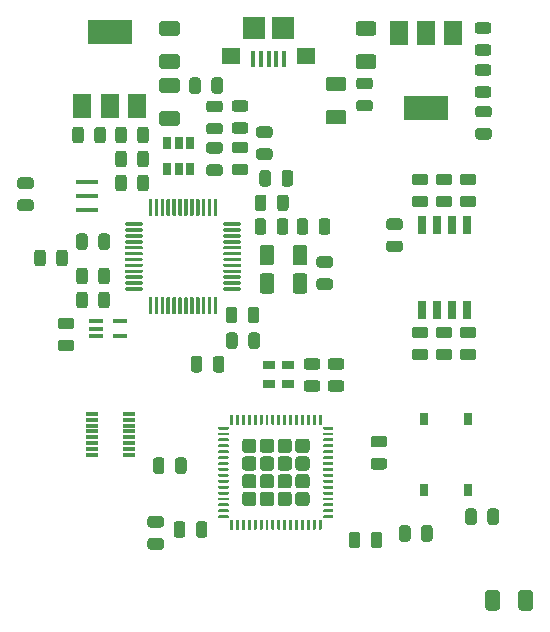
<source format=gbr>
G04 #@! TF.GenerationSoftware,KiCad,Pcbnew,(5.1.10-1-10_14)*
G04 #@! TF.CreationDate,2021-09-07T14:18:03-07:00*
G04 #@! TF.ProjectId,Caravel_pcb,43617261-7665-46c5-9f70-63622e6b6963,rev?*
G04 #@! TF.SameCoordinates,Original*
G04 #@! TF.FileFunction,Paste,Top*
G04 #@! TF.FilePolarity,Positive*
%FSLAX46Y46*%
G04 Gerber Fmt 4.6, Leading zero omitted, Abs format (unit mm)*
G04 Created by KiCad (PCBNEW (5.1.10-1-10_14)) date 2021-09-07 14:18:03*
%MOMM*%
%LPD*%
G01*
G04 APERTURE LIST*
%ADD10R,1.900000X0.400000*%
%ADD11R,1.016000X0.660400*%
%ADD12R,0.650000X1.650000*%
%ADD13R,1.168400X0.355600*%
%ADD14R,1.500000X2.000000*%
%ADD15R,3.800000X2.000000*%
%ADD16R,0.700000X1.000000*%
%ADD17R,1.900000X1.900000*%
%ADD18R,1.600000X1.400000*%
%ADD19R,0.400000X1.350000*%
%ADD20R,0.977900X0.304800*%
%ADD21R,0.650000X1.060000*%
G04 APERTURE END LIST*
G36*
G01*
X129773500Y-103785350D02*
X129773500Y-104697850D01*
G75*
G02*
X129529750Y-104941600I-243750J0D01*
G01*
X129042250Y-104941600D01*
G75*
G02*
X128798500Y-104697850I0J243750D01*
G01*
X128798500Y-103785350D01*
G75*
G02*
X129042250Y-103541600I243750J0D01*
G01*
X129529750Y-103541600D01*
G75*
G02*
X129773500Y-103785350I0J-243750D01*
G01*
G37*
G36*
G01*
X131648500Y-103785350D02*
X131648500Y-104697850D01*
G75*
G02*
X131404750Y-104941600I-243750J0D01*
G01*
X130917250Y-104941600D01*
G75*
G02*
X130673500Y-104697850I0J243750D01*
G01*
X130673500Y-103785350D01*
G75*
G02*
X130917250Y-103541600I243750J0D01*
G01*
X131404750Y-103541600D01*
G75*
G02*
X131648500Y-103785350I0J-243750D01*
G01*
G37*
G36*
G01*
X130353750Y-83810500D02*
X131266250Y-83810500D01*
G75*
G02*
X131510000Y-84054250I0J-243750D01*
G01*
X131510000Y-84541750D01*
G75*
G02*
X131266250Y-84785500I-243750J0D01*
G01*
X130353750Y-84785500D01*
G75*
G02*
X130110000Y-84541750I0J243750D01*
G01*
X130110000Y-84054250D01*
G75*
G02*
X130353750Y-83810500I243750J0D01*
G01*
G37*
G36*
G01*
X130353750Y-81935500D02*
X131266250Y-81935500D01*
G75*
G02*
X131510000Y-82179250I0J-243750D01*
G01*
X131510000Y-82666750D01*
G75*
G02*
X131266250Y-82910500I-243750J0D01*
G01*
X130353750Y-82910500D01*
G75*
G02*
X130110000Y-82666750I0J243750D01*
G01*
X130110000Y-82179250D01*
G75*
G02*
X130353750Y-81935500I243750J0D01*
G01*
G37*
D10*
X120015000Y-91173000D03*
X120015000Y-89973000D03*
X120015000Y-88773000D03*
D11*
X137033000Y-104267000D03*
X137033000Y-105918000D03*
X135432800Y-105918000D03*
X135432800Y-104267000D03*
G36*
G01*
X139880000Y-117461500D02*
X139880000Y-118211500D01*
G75*
G02*
X139817500Y-118274000I-62500J0D01*
G01*
X139692500Y-118274000D01*
G75*
G02*
X139630000Y-118211500I0J62500D01*
G01*
X139630000Y-117461500D01*
G75*
G02*
X139692500Y-117399000I62500J0D01*
G01*
X139817500Y-117399000D01*
G75*
G02*
X139880000Y-117461500I0J-62500D01*
G01*
G37*
G36*
G01*
X139380000Y-117461500D02*
X139380000Y-118211500D01*
G75*
G02*
X139317500Y-118274000I-62500J0D01*
G01*
X139192500Y-118274000D01*
G75*
G02*
X139130000Y-118211500I0J62500D01*
G01*
X139130000Y-117461500D01*
G75*
G02*
X139192500Y-117399000I62500J0D01*
G01*
X139317500Y-117399000D01*
G75*
G02*
X139380000Y-117461500I0J-62500D01*
G01*
G37*
G36*
G01*
X138880000Y-117461500D02*
X138880000Y-118211500D01*
G75*
G02*
X138817500Y-118274000I-62500J0D01*
G01*
X138692500Y-118274000D01*
G75*
G02*
X138630000Y-118211500I0J62500D01*
G01*
X138630000Y-117461500D01*
G75*
G02*
X138692500Y-117399000I62500J0D01*
G01*
X138817500Y-117399000D01*
G75*
G02*
X138880000Y-117461500I0J-62500D01*
G01*
G37*
G36*
G01*
X138380000Y-117461500D02*
X138380000Y-118211500D01*
G75*
G02*
X138317500Y-118274000I-62500J0D01*
G01*
X138192500Y-118274000D01*
G75*
G02*
X138130000Y-118211500I0J62500D01*
G01*
X138130000Y-117461500D01*
G75*
G02*
X138192500Y-117399000I62500J0D01*
G01*
X138317500Y-117399000D01*
G75*
G02*
X138380000Y-117461500I0J-62500D01*
G01*
G37*
G36*
G01*
X137880000Y-117461500D02*
X137880000Y-118211500D01*
G75*
G02*
X137817500Y-118274000I-62500J0D01*
G01*
X137692500Y-118274000D01*
G75*
G02*
X137630000Y-118211500I0J62500D01*
G01*
X137630000Y-117461500D01*
G75*
G02*
X137692500Y-117399000I62500J0D01*
G01*
X137817500Y-117399000D01*
G75*
G02*
X137880000Y-117461500I0J-62500D01*
G01*
G37*
G36*
G01*
X137380000Y-117461500D02*
X137380000Y-118211500D01*
G75*
G02*
X137317500Y-118274000I-62500J0D01*
G01*
X137192500Y-118274000D01*
G75*
G02*
X137130000Y-118211500I0J62500D01*
G01*
X137130000Y-117461500D01*
G75*
G02*
X137192500Y-117399000I62500J0D01*
G01*
X137317500Y-117399000D01*
G75*
G02*
X137380000Y-117461500I0J-62500D01*
G01*
G37*
G36*
G01*
X136880000Y-117461500D02*
X136880000Y-118211500D01*
G75*
G02*
X136817500Y-118274000I-62500J0D01*
G01*
X136692500Y-118274000D01*
G75*
G02*
X136630000Y-118211500I0J62500D01*
G01*
X136630000Y-117461500D01*
G75*
G02*
X136692500Y-117399000I62500J0D01*
G01*
X136817500Y-117399000D01*
G75*
G02*
X136880000Y-117461500I0J-62500D01*
G01*
G37*
G36*
G01*
X136380000Y-117461500D02*
X136380000Y-118211500D01*
G75*
G02*
X136317500Y-118274000I-62500J0D01*
G01*
X136192500Y-118274000D01*
G75*
G02*
X136130000Y-118211500I0J62500D01*
G01*
X136130000Y-117461500D01*
G75*
G02*
X136192500Y-117399000I62500J0D01*
G01*
X136317500Y-117399000D01*
G75*
G02*
X136380000Y-117461500I0J-62500D01*
G01*
G37*
G36*
G01*
X135880000Y-117461500D02*
X135880000Y-118211500D01*
G75*
G02*
X135817500Y-118274000I-62500J0D01*
G01*
X135692500Y-118274000D01*
G75*
G02*
X135630000Y-118211500I0J62500D01*
G01*
X135630000Y-117461500D01*
G75*
G02*
X135692500Y-117399000I62500J0D01*
G01*
X135817500Y-117399000D01*
G75*
G02*
X135880000Y-117461500I0J-62500D01*
G01*
G37*
G36*
G01*
X135380000Y-117461500D02*
X135380000Y-118211500D01*
G75*
G02*
X135317500Y-118274000I-62500J0D01*
G01*
X135192500Y-118274000D01*
G75*
G02*
X135130000Y-118211500I0J62500D01*
G01*
X135130000Y-117461500D01*
G75*
G02*
X135192500Y-117399000I62500J0D01*
G01*
X135317500Y-117399000D01*
G75*
G02*
X135380000Y-117461500I0J-62500D01*
G01*
G37*
G36*
G01*
X134880000Y-117461500D02*
X134880000Y-118211500D01*
G75*
G02*
X134817500Y-118274000I-62500J0D01*
G01*
X134692500Y-118274000D01*
G75*
G02*
X134630000Y-118211500I0J62500D01*
G01*
X134630000Y-117461500D01*
G75*
G02*
X134692500Y-117399000I62500J0D01*
G01*
X134817500Y-117399000D01*
G75*
G02*
X134880000Y-117461500I0J-62500D01*
G01*
G37*
G36*
G01*
X134380000Y-117461500D02*
X134380000Y-118211500D01*
G75*
G02*
X134317500Y-118274000I-62500J0D01*
G01*
X134192500Y-118274000D01*
G75*
G02*
X134130000Y-118211500I0J62500D01*
G01*
X134130000Y-117461500D01*
G75*
G02*
X134192500Y-117399000I62500J0D01*
G01*
X134317500Y-117399000D01*
G75*
G02*
X134380000Y-117461500I0J-62500D01*
G01*
G37*
G36*
G01*
X133880000Y-117461500D02*
X133880000Y-118211500D01*
G75*
G02*
X133817500Y-118274000I-62500J0D01*
G01*
X133692500Y-118274000D01*
G75*
G02*
X133630000Y-118211500I0J62500D01*
G01*
X133630000Y-117461500D01*
G75*
G02*
X133692500Y-117399000I62500J0D01*
G01*
X133817500Y-117399000D01*
G75*
G02*
X133880000Y-117461500I0J-62500D01*
G01*
G37*
G36*
G01*
X133380000Y-117461500D02*
X133380000Y-118211500D01*
G75*
G02*
X133317500Y-118274000I-62500J0D01*
G01*
X133192500Y-118274000D01*
G75*
G02*
X133130000Y-118211500I0J62500D01*
G01*
X133130000Y-117461500D01*
G75*
G02*
X133192500Y-117399000I62500J0D01*
G01*
X133317500Y-117399000D01*
G75*
G02*
X133380000Y-117461500I0J-62500D01*
G01*
G37*
G36*
G01*
X132880000Y-117461500D02*
X132880000Y-118211500D01*
G75*
G02*
X132817500Y-118274000I-62500J0D01*
G01*
X132692500Y-118274000D01*
G75*
G02*
X132630000Y-118211500I0J62500D01*
G01*
X132630000Y-117461500D01*
G75*
G02*
X132692500Y-117399000I62500J0D01*
G01*
X132817500Y-117399000D01*
G75*
G02*
X132880000Y-117461500I0J-62500D01*
G01*
G37*
G36*
G01*
X132380000Y-117461500D02*
X132380000Y-118211500D01*
G75*
G02*
X132317500Y-118274000I-62500J0D01*
G01*
X132192500Y-118274000D01*
G75*
G02*
X132130000Y-118211500I0J62500D01*
G01*
X132130000Y-117461500D01*
G75*
G02*
X132192500Y-117399000I62500J0D01*
G01*
X132317500Y-117399000D01*
G75*
G02*
X132380000Y-117461500I0J-62500D01*
G01*
G37*
G36*
G01*
X132005000Y-117086500D02*
X132005000Y-117211500D01*
G75*
G02*
X131942500Y-117274000I-62500J0D01*
G01*
X131192500Y-117274000D01*
G75*
G02*
X131130000Y-117211500I0J62500D01*
G01*
X131130000Y-117086500D01*
G75*
G02*
X131192500Y-117024000I62500J0D01*
G01*
X131942500Y-117024000D01*
G75*
G02*
X132005000Y-117086500I0J-62500D01*
G01*
G37*
G36*
G01*
X132005000Y-116586500D02*
X132005000Y-116711500D01*
G75*
G02*
X131942500Y-116774000I-62500J0D01*
G01*
X131192500Y-116774000D01*
G75*
G02*
X131130000Y-116711500I0J62500D01*
G01*
X131130000Y-116586500D01*
G75*
G02*
X131192500Y-116524000I62500J0D01*
G01*
X131942500Y-116524000D01*
G75*
G02*
X132005000Y-116586500I0J-62500D01*
G01*
G37*
G36*
G01*
X132005000Y-116086500D02*
X132005000Y-116211500D01*
G75*
G02*
X131942500Y-116274000I-62500J0D01*
G01*
X131192500Y-116274000D01*
G75*
G02*
X131130000Y-116211500I0J62500D01*
G01*
X131130000Y-116086500D01*
G75*
G02*
X131192500Y-116024000I62500J0D01*
G01*
X131942500Y-116024000D01*
G75*
G02*
X132005000Y-116086500I0J-62500D01*
G01*
G37*
G36*
G01*
X132005000Y-115586500D02*
X132005000Y-115711500D01*
G75*
G02*
X131942500Y-115774000I-62500J0D01*
G01*
X131192500Y-115774000D01*
G75*
G02*
X131130000Y-115711500I0J62500D01*
G01*
X131130000Y-115586500D01*
G75*
G02*
X131192500Y-115524000I62500J0D01*
G01*
X131942500Y-115524000D01*
G75*
G02*
X132005000Y-115586500I0J-62500D01*
G01*
G37*
G36*
G01*
X132005000Y-115086500D02*
X132005000Y-115211500D01*
G75*
G02*
X131942500Y-115274000I-62500J0D01*
G01*
X131192500Y-115274000D01*
G75*
G02*
X131130000Y-115211500I0J62500D01*
G01*
X131130000Y-115086500D01*
G75*
G02*
X131192500Y-115024000I62500J0D01*
G01*
X131942500Y-115024000D01*
G75*
G02*
X132005000Y-115086500I0J-62500D01*
G01*
G37*
G36*
G01*
X132005000Y-114586500D02*
X132005000Y-114711500D01*
G75*
G02*
X131942500Y-114774000I-62500J0D01*
G01*
X131192500Y-114774000D01*
G75*
G02*
X131130000Y-114711500I0J62500D01*
G01*
X131130000Y-114586500D01*
G75*
G02*
X131192500Y-114524000I62500J0D01*
G01*
X131942500Y-114524000D01*
G75*
G02*
X132005000Y-114586500I0J-62500D01*
G01*
G37*
G36*
G01*
X132005000Y-114086500D02*
X132005000Y-114211500D01*
G75*
G02*
X131942500Y-114274000I-62500J0D01*
G01*
X131192500Y-114274000D01*
G75*
G02*
X131130000Y-114211500I0J62500D01*
G01*
X131130000Y-114086500D01*
G75*
G02*
X131192500Y-114024000I62500J0D01*
G01*
X131942500Y-114024000D01*
G75*
G02*
X132005000Y-114086500I0J-62500D01*
G01*
G37*
G36*
G01*
X132005000Y-113586500D02*
X132005000Y-113711500D01*
G75*
G02*
X131942500Y-113774000I-62500J0D01*
G01*
X131192500Y-113774000D01*
G75*
G02*
X131130000Y-113711500I0J62500D01*
G01*
X131130000Y-113586500D01*
G75*
G02*
X131192500Y-113524000I62500J0D01*
G01*
X131942500Y-113524000D01*
G75*
G02*
X132005000Y-113586500I0J-62500D01*
G01*
G37*
G36*
G01*
X132005000Y-113086500D02*
X132005000Y-113211500D01*
G75*
G02*
X131942500Y-113274000I-62500J0D01*
G01*
X131192500Y-113274000D01*
G75*
G02*
X131130000Y-113211500I0J62500D01*
G01*
X131130000Y-113086500D01*
G75*
G02*
X131192500Y-113024000I62500J0D01*
G01*
X131942500Y-113024000D01*
G75*
G02*
X132005000Y-113086500I0J-62500D01*
G01*
G37*
G36*
G01*
X132005000Y-112586500D02*
X132005000Y-112711500D01*
G75*
G02*
X131942500Y-112774000I-62500J0D01*
G01*
X131192500Y-112774000D01*
G75*
G02*
X131130000Y-112711500I0J62500D01*
G01*
X131130000Y-112586500D01*
G75*
G02*
X131192500Y-112524000I62500J0D01*
G01*
X131942500Y-112524000D01*
G75*
G02*
X132005000Y-112586500I0J-62500D01*
G01*
G37*
G36*
G01*
X132005000Y-112086500D02*
X132005000Y-112211500D01*
G75*
G02*
X131942500Y-112274000I-62500J0D01*
G01*
X131192500Y-112274000D01*
G75*
G02*
X131130000Y-112211500I0J62500D01*
G01*
X131130000Y-112086500D01*
G75*
G02*
X131192500Y-112024000I62500J0D01*
G01*
X131942500Y-112024000D01*
G75*
G02*
X132005000Y-112086500I0J-62500D01*
G01*
G37*
G36*
G01*
X132005000Y-111586500D02*
X132005000Y-111711500D01*
G75*
G02*
X131942500Y-111774000I-62500J0D01*
G01*
X131192500Y-111774000D01*
G75*
G02*
X131130000Y-111711500I0J62500D01*
G01*
X131130000Y-111586500D01*
G75*
G02*
X131192500Y-111524000I62500J0D01*
G01*
X131942500Y-111524000D01*
G75*
G02*
X132005000Y-111586500I0J-62500D01*
G01*
G37*
G36*
G01*
X132005000Y-111086500D02*
X132005000Y-111211500D01*
G75*
G02*
X131942500Y-111274000I-62500J0D01*
G01*
X131192500Y-111274000D01*
G75*
G02*
X131130000Y-111211500I0J62500D01*
G01*
X131130000Y-111086500D01*
G75*
G02*
X131192500Y-111024000I62500J0D01*
G01*
X131942500Y-111024000D01*
G75*
G02*
X132005000Y-111086500I0J-62500D01*
G01*
G37*
G36*
G01*
X132005000Y-110586500D02*
X132005000Y-110711500D01*
G75*
G02*
X131942500Y-110774000I-62500J0D01*
G01*
X131192500Y-110774000D01*
G75*
G02*
X131130000Y-110711500I0J62500D01*
G01*
X131130000Y-110586500D01*
G75*
G02*
X131192500Y-110524000I62500J0D01*
G01*
X131942500Y-110524000D01*
G75*
G02*
X132005000Y-110586500I0J-62500D01*
G01*
G37*
G36*
G01*
X132005000Y-110086500D02*
X132005000Y-110211500D01*
G75*
G02*
X131942500Y-110274000I-62500J0D01*
G01*
X131192500Y-110274000D01*
G75*
G02*
X131130000Y-110211500I0J62500D01*
G01*
X131130000Y-110086500D01*
G75*
G02*
X131192500Y-110024000I62500J0D01*
G01*
X131942500Y-110024000D01*
G75*
G02*
X132005000Y-110086500I0J-62500D01*
G01*
G37*
G36*
G01*
X132005000Y-109586500D02*
X132005000Y-109711500D01*
G75*
G02*
X131942500Y-109774000I-62500J0D01*
G01*
X131192500Y-109774000D01*
G75*
G02*
X131130000Y-109711500I0J62500D01*
G01*
X131130000Y-109586500D01*
G75*
G02*
X131192500Y-109524000I62500J0D01*
G01*
X131942500Y-109524000D01*
G75*
G02*
X132005000Y-109586500I0J-62500D01*
G01*
G37*
G36*
G01*
X132380000Y-108586500D02*
X132380000Y-109336500D01*
G75*
G02*
X132317500Y-109399000I-62500J0D01*
G01*
X132192500Y-109399000D01*
G75*
G02*
X132130000Y-109336500I0J62500D01*
G01*
X132130000Y-108586500D01*
G75*
G02*
X132192500Y-108524000I62500J0D01*
G01*
X132317500Y-108524000D01*
G75*
G02*
X132380000Y-108586500I0J-62500D01*
G01*
G37*
G36*
G01*
X132880000Y-108586500D02*
X132880000Y-109336500D01*
G75*
G02*
X132817500Y-109399000I-62500J0D01*
G01*
X132692500Y-109399000D01*
G75*
G02*
X132630000Y-109336500I0J62500D01*
G01*
X132630000Y-108586500D01*
G75*
G02*
X132692500Y-108524000I62500J0D01*
G01*
X132817500Y-108524000D01*
G75*
G02*
X132880000Y-108586500I0J-62500D01*
G01*
G37*
G36*
G01*
X133380000Y-108586500D02*
X133380000Y-109336500D01*
G75*
G02*
X133317500Y-109399000I-62500J0D01*
G01*
X133192500Y-109399000D01*
G75*
G02*
X133130000Y-109336500I0J62500D01*
G01*
X133130000Y-108586500D01*
G75*
G02*
X133192500Y-108524000I62500J0D01*
G01*
X133317500Y-108524000D01*
G75*
G02*
X133380000Y-108586500I0J-62500D01*
G01*
G37*
G36*
G01*
X133880000Y-108586500D02*
X133880000Y-109336500D01*
G75*
G02*
X133817500Y-109399000I-62500J0D01*
G01*
X133692500Y-109399000D01*
G75*
G02*
X133630000Y-109336500I0J62500D01*
G01*
X133630000Y-108586500D01*
G75*
G02*
X133692500Y-108524000I62500J0D01*
G01*
X133817500Y-108524000D01*
G75*
G02*
X133880000Y-108586500I0J-62500D01*
G01*
G37*
G36*
G01*
X134380000Y-108586500D02*
X134380000Y-109336500D01*
G75*
G02*
X134317500Y-109399000I-62500J0D01*
G01*
X134192500Y-109399000D01*
G75*
G02*
X134130000Y-109336500I0J62500D01*
G01*
X134130000Y-108586500D01*
G75*
G02*
X134192500Y-108524000I62500J0D01*
G01*
X134317500Y-108524000D01*
G75*
G02*
X134380000Y-108586500I0J-62500D01*
G01*
G37*
G36*
G01*
X134880000Y-108586500D02*
X134880000Y-109336500D01*
G75*
G02*
X134817500Y-109399000I-62500J0D01*
G01*
X134692500Y-109399000D01*
G75*
G02*
X134630000Y-109336500I0J62500D01*
G01*
X134630000Y-108586500D01*
G75*
G02*
X134692500Y-108524000I62500J0D01*
G01*
X134817500Y-108524000D01*
G75*
G02*
X134880000Y-108586500I0J-62500D01*
G01*
G37*
G36*
G01*
X135380000Y-108586500D02*
X135380000Y-109336500D01*
G75*
G02*
X135317500Y-109399000I-62500J0D01*
G01*
X135192500Y-109399000D01*
G75*
G02*
X135130000Y-109336500I0J62500D01*
G01*
X135130000Y-108586500D01*
G75*
G02*
X135192500Y-108524000I62500J0D01*
G01*
X135317500Y-108524000D01*
G75*
G02*
X135380000Y-108586500I0J-62500D01*
G01*
G37*
G36*
G01*
X135880000Y-108586500D02*
X135880000Y-109336500D01*
G75*
G02*
X135817500Y-109399000I-62500J0D01*
G01*
X135692500Y-109399000D01*
G75*
G02*
X135630000Y-109336500I0J62500D01*
G01*
X135630000Y-108586500D01*
G75*
G02*
X135692500Y-108524000I62500J0D01*
G01*
X135817500Y-108524000D01*
G75*
G02*
X135880000Y-108586500I0J-62500D01*
G01*
G37*
G36*
G01*
X136380000Y-108586500D02*
X136380000Y-109336500D01*
G75*
G02*
X136317500Y-109399000I-62500J0D01*
G01*
X136192500Y-109399000D01*
G75*
G02*
X136130000Y-109336500I0J62500D01*
G01*
X136130000Y-108586500D01*
G75*
G02*
X136192500Y-108524000I62500J0D01*
G01*
X136317500Y-108524000D01*
G75*
G02*
X136380000Y-108586500I0J-62500D01*
G01*
G37*
G36*
G01*
X136880000Y-108586500D02*
X136880000Y-109336500D01*
G75*
G02*
X136817500Y-109399000I-62500J0D01*
G01*
X136692500Y-109399000D01*
G75*
G02*
X136630000Y-109336500I0J62500D01*
G01*
X136630000Y-108586500D01*
G75*
G02*
X136692500Y-108524000I62500J0D01*
G01*
X136817500Y-108524000D01*
G75*
G02*
X136880000Y-108586500I0J-62500D01*
G01*
G37*
G36*
G01*
X137380000Y-108586500D02*
X137380000Y-109336500D01*
G75*
G02*
X137317500Y-109399000I-62500J0D01*
G01*
X137192500Y-109399000D01*
G75*
G02*
X137130000Y-109336500I0J62500D01*
G01*
X137130000Y-108586500D01*
G75*
G02*
X137192500Y-108524000I62500J0D01*
G01*
X137317500Y-108524000D01*
G75*
G02*
X137380000Y-108586500I0J-62500D01*
G01*
G37*
G36*
G01*
X137880000Y-108586500D02*
X137880000Y-109336500D01*
G75*
G02*
X137817500Y-109399000I-62500J0D01*
G01*
X137692500Y-109399000D01*
G75*
G02*
X137630000Y-109336500I0J62500D01*
G01*
X137630000Y-108586500D01*
G75*
G02*
X137692500Y-108524000I62500J0D01*
G01*
X137817500Y-108524000D01*
G75*
G02*
X137880000Y-108586500I0J-62500D01*
G01*
G37*
G36*
G01*
X138380000Y-108586500D02*
X138380000Y-109336500D01*
G75*
G02*
X138317500Y-109399000I-62500J0D01*
G01*
X138192500Y-109399000D01*
G75*
G02*
X138130000Y-109336500I0J62500D01*
G01*
X138130000Y-108586500D01*
G75*
G02*
X138192500Y-108524000I62500J0D01*
G01*
X138317500Y-108524000D01*
G75*
G02*
X138380000Y-108586500I0J-62500D01*
G01*
G37*
G36*
G01*
X138880000Y-108586500D02*
X138880000Y-109336500D01*
G75*
G02*
X138817500Y-109399000I-62500J0D01*
G01*
X138692500Y-109399000D01*
G75*
G02*
X138630000Y-109336500I0J62500D01*
G01*
X138630000Y-108586500D01*
G75*
G02*
X138692500Y-108524000I62500J0D01*
G01*
X138817500Y-108524000D01*
G75*
G02*
X138880000Y-108586500I0J-62500D01*
G01*
G37*
G36*
G01*
X139380000Y-108586500D02*
X139380000Y-109336500D01*
G75*
G02*
X139317500Y-109399000I-62500J0D01*
G01*
X139192500Y-109399000D01*
G75*
G02*
X139130000Y-109336500I0J62500D01*
G01*
X139130000Y-108586500D01*
G75*
G02*
X139192500Y-108524000I62500J0D01*
G01*
X139317500Y-108524000D01*
G75*
G02*
X139380000Y-108586500I0J-62500D01*
G01*
G37*
G36*
G01*
X139880000Y-108586500D02*
X139880000Y-109336500D01*
G75*
G02*
X139817500Y-109399000I-62500J0D01*
G01*
X139692500Y-109399000D01*
G75*
G02*
X139630000Y-109336500I0J62500D01*
G01*
X139630000Y-108586500D01*
G75*
G02*
X139692500Y-108524000I62500J0D01*
G01*
X139817500Y-108524000D01*
G75*
G02*
X139880000Y-108586500I0J-62500D01*
G01*
G37*
G36*
G01*
X140880000Y-109586500D02*
X140880000Y-109711500D01*
G75*
G02*
X140817500Y-109774000I-62500J0D01*
G01*
X140067500Y-109774000D01*
G75*
G02*
X140005000Y-109711500I0J62500D01*
G01*
X140005000Y-109586500D01*
G75*
G02*
X140067500Y-109524000I62500J0D01*
G01*
X140817500Y-109524000D01*
G75*
G02*
X140880000Y-109586500I0J-62500D01*
G01*
G37*
G36*
G01*
X140880000Y-110086500D02*
X140880000Y-110211500D01*
G75*
G02*
X140817500Y-110274000I-62500J0D01*
G01*
X140067500Y-110274000D01*
G75*
G02*
X140005000Y-110211500I0J62500D01*
G01*
X140005000Y-110086500D01*
G75*
G02*
X140067500Y-110024000I62500J0D01*
G01*
X140817500Y-110024000D01*
G75*
G02*
X140880000Y-110086500I0J-62500D01*
G01*
G37*
G36*
G01*
X140880000Y-110586500D02*
X140880000Y-110711500D01*
G75*
G02*
X140817500Y-110774000I-62500J0D01*
G01*
X140067500Y-110774000D01*
G75*
G02*
X140005000Y-110711500I0J62500D01*
G01*
X140005000Y-110586500D01*
G75*
G02*
X140067500Y-110524000I62500J0D01*
G01*
X140817500Y-110524000D01*
G75*
G02*
X140880000Y-110586500I0J-62500D01*
G01*
G37*
G36*
G01*
X140880000Y-111086500D02*
X140880000Y-111211500D01*
G75*
G02*
X140817500Y-111274000I-62500J0D01*
G01*
X140067500Y-111274000D01*
G75*
G02*
X140005000Y-111211500I0J62500D01*
G01*
X140005000Y-111086500D01*
G75*
G02*
X140067500Y-111024000I62500J0D01*
G01*
X140817500Y-111024000D01*
G75*
G02*
X140880000Y-111086500I0J-62500D01*
G01*
G37*
G36*
G01*
X140880000Y-111586500D02*
X140880000Y-111711500D01*
G75*
G02*
X140817500Y-111774000I-62500J0D01*
G01*
X140067500Y-111774000D01*
G75*
G02*
X140005000Y-111711500I0J62500D01*
G01*
X140005000Y-111586500D01*
G75*
G02*
X140067500Y-111524000I62500J0D01*
G01*
X140817500Y-111524000D01*
G75*
G02*
X140880000Y-111586500I0J-62500D01*
G01*
G37*
G36*
G01*
X140880000Y-112086500D02*
X140880000Y-112211500D01*
G75*
G02*
X140817500Y-112274000I-62500J0D01*
G01*
X140067500Y-112274000D01*
G75*
G02*
X140005000Y-112211500I0J62500D01*
G01*
X140005000Y-112086500D01*
G75*
G02*
X140067500Y-112024000I62500J0D01*
G01*
X140817500Y-112024000D01*
G75*
G02*
X140880000Y-112086500I0J-62500D01*
G01*
G37*
G36*
G01*
X140880000Y-112586500D02*
X140880000Y-112711500D01*
G75*
G02*
X140817500Y-112774000I-62500J0D01*
G01*
X140067500Y-112774000D01*
G75*
G02*
X140005000Y-112711500I0J62500D01*
G01*
X140005000Y-112586500D01*
G75*
G02*
X140067500Y-112524000I62500J0D01*
G01*
X140817500Y-112524000D01*
G75*
G02*
X140880000Y-112586500I0J-62500D01*
G01*
G37*
G36*
G01*
X140880000Y-113086500D02*
X140880000Y-113211500D01*
G75*
G02*
X140817500Y-113274000I-62500J0D01*
G01*
X140067500Y-113274000D01*
G75*
G02*
X140005000Y-113211500I0J62500D01*
G01*
X140005000Y-113086500D01*
G75*
G02*
X140067500Y-113024000I62500J0D01*
G01*
X140817500Y-113024000D01*
G75*
G02*
X140880000Y-113086500I0J-62500D01*
G01*
G37*
G36*
G01*
X140880000Y-113586500D02*
X140880000Y-113711500D01*
G75*
G02*
X140817500Y-113774000I-62500J0D01*
G01*
X140067500Y-113774000D01*
G75*
G02*
X140005000Y-113711500I0J62500D01*
G01*
X140005000Y-113586500D01*
G75*
G02*
X140067500Y-113524000I62500J0D01*
G01*
X140817500Y-113524000D01*
G75*
G02*
X140880000Y-113586500I0J-62500D01*
G01*
G37*
G36*
G01*
X140880000Y-114086500D02*
X140880000Y-114211500D01*
G75*
G02*
X140817500Y-114274000I-62500J0D01*
G01*
X140067500Y-114274000D01*
G75*
G02*
X140005000Y-114211500I0J62500D01*
G01*
X140005000Y-114086500D01*
G75*
G02*
X140067500Y-114024000I62500J0D01*
G01*
X140817500Y-114024000D01*
G75*
G02*
X140880000Y-114086500I0J-62500D01*
G01*
G37*
G36*
G01*
X140880000Y-114586500D02*
X140880000Y-114711500D01*
G75*
G02*
X140817500Y-114774000I-62500J0D01*
G01*
X140067500Y-114774000D01*
G75*
G02*
X140005000Y-114711500I0J62500D01*
G01*
X140005000Y-114586500D01*
G75*
G02*
X140067500Y-114524000I62500J0D01*
G01*
X140817500Y-114524000D01*
G75*
G02*
X140880000Y-114586500I0J-62500D01*
G01*
G37*
G36*
G01*
X140880000Y-115086500D02*
X140880000Y-115211500D01*
G75*
G02*
X140817500Y-115274000I-62500J0D01*
G01*
X140067500Y-115274000D01*
G75*
G02*
X140005000Y-115211500I0J62500D01*
G01*
X140005000Y-115086500D01*
G75*
G02*
X140067500Y-115024000I62500J0D01*
G01*
X140817500Y-115024000D01*
G75*
G02*
X140880000Y-115086500I0J-62500D01*
G01*
G37*
G36*
G01*
X140880000Y-115586500D02*
X140880000Y-115711500D01*
G75*
G02*
X140817500Y-115774000I-62500J0D01*
G01*
X140067500Y-115774000D01*
G75*
G02*
X140005000Y-115711500I0J62500D01*
G01*
X140005000Y-115586500D01*
G75*
G02*
X140067500Y-115524000I62500J0D01*
G01*
X140817500Y-115524000D01*
G75*
G02*
X140880000Y-115586500I0J-62500D01*
G01*
G37*
G36*
G01*
X140880000Y-116086500D02*
X140880000Y-116211500D01*
G75*
G02*
X140817500Y-116274000I-62500J0D01*
G01*
X140067500Y-116274000D01*
G75*
G02*
X140005000Y-116211500I0J62500D01*
G01*
X140005000Y-116086500D01*
G75*
G02*
X140067500Y-116024000I62500J0D01*
G01*
X140817500Y-116024000D01*
G75*
G02*
X140880000Y-116086500I0J-62500D01*
G01*
G37*
G36*
G01*
X140880000Y-116586500D02*
X140880000Y-116711500D01*
G75*
G02*
X140817500Y-116774000I-62500J0D01*
G01*
X140067500Y-116774000D01*
G75*
G02*
X140005000Y-116711500I0J62500D01*
G01*
X140005000Y-116586500D01*
G75*
G02*
X140067500Y-116524000I62500J0D01*
G01*
X140817500Y-116524000D01*
G75*
G02*
X140880000Y-116586500I0J-62500D01*
G01*
G37*
G36*
G01*
X140880000Y-117086500D02*
X140880000Y-117211500D01*
G75*
G02*
X140817500Y-117274000I-62500J0D01*
G01*
X140067500Y-117274000D01*
G75*
G02*
X140005000Y-117211500I0J62500D01*
G01*
X140005000Y-117086500D01*
G75*
G02*
X140067500Y-117024000I62500J0D01*
G01*
X140817500Y-117024000D01*
G75*
G02*
X140880000Y-117086500I0J-62500D01*
G01*
G37*
G36*
G01*
X134360000Y-110794000D02*
X134360000Y-111504000D01*
G75*
G02*
X134110000Y-111754000I-250000J0D01*
G01*
X133400000Y-111754000D01*
G75*
G02*
X133150000Y-111504000I0J250000D01*
G01*
X133150000Y-110794000D01*
G75*
G02*
X133400000Y-110544000I250000J0D01*
G01*
X134110000Y-110544000D01*
G75*
G02*
X134360000Y-110794000I0J-250000D01*
G01*
G37*
G36*
G01*
X134360000Y-112294000D02*
X134360000Y-113004000D01*
G75*
G02*
X134110000Y-113254000I-250000J0D01*
G01*
X133400000Y-113254000D01*
G75*
G02*
X133150000Y-113004000I0J250000D01*
G01*
X133150000Y-112294000D01*
G75*
G02*
X133400000Y-112044000I250000J0D01*
G01*
X134110000Y-112044000D01*
G75*
G02*
X134360000Y-112294000I0J-250000D01*
G01*
G37*
G36*
G01*
X134360000Y-113794000D02*
X134360000Y-114504000D01*
G75*
G02*
X134110000Y-114754000I-250000J0D01*
G01*
X133400000Y-114754000D01*
G75*
G02*
X133150000Y-114504000I0J250000D01*
G01*
X133150000Y-113794000D01*
G75*
G02*
X133400000Y-113544000I250000J0D01*
G01*
X134110000Y-113544000D01*
G75*
G02*
X134360000Y-113794000I0J-250000D01*
G01*
G37*
G36*
G01*
X134360000Y-115294000D02*
X134360000Y-116004000D01*
G75*
G02*
X134110000Y-116254000I-250000J0D01*
G01*
X133400000Y-116254000D01*
G75*
G02*
X133150000Y-116004000I0J250000D01*
G01*
X133150000Y-115294000D01*
G75*
G02*
X133400000Y-115044000I250000J0D01*
G01*
X134110000Y-115044000D01*
G75*
G02*
X134360000Y-115294000I0J-250000D01*
G01*
G37*
G36*
G01*
X135860000Y-110794000D02*
X135860000Y-111504000D01*
G75*
G02*
X135610000Y-111754000I-250000J0D01*
G01*
X134900000Y-111754000D01*
G75*
G02*
X134650000Y-111504000I0J250000D01*
G01*
X134650000Y-110794000D01*
G75*
G02*
X134900000Y-110544000I250000J0D01*
G01*
X135610000Y-110544000D01*
G75*
G02*
X135860000Y-110794000I0J-250000D01*
G01*
G37*
G36*
G01*
X135860000Y-112294000D02*
X135860000Y-113004000D01*
G75*
G02*
X135610000Y-113254000I-250000J0D01*
G01*
X134900000Y-113254000D01*
G75*
G02*
X134650000Y-113004000I0J250000D01*
G01*
X134650000Y-112294000D01*
G75*
G02*
X134900000Y-112044000I250000J0D01*
G01*
X135610000Y-112044000D01*
G75*
G02*
X135860000Y-112294000I0J-250000D01*
G01*
G37*
G36*
G01*
X135860000Y-113794000D02*
X135860000Y-114504000D01*
G75*
G02*
X135610000Y-114754000I-250000J0D01*
G01*
X134900000Y-114754000D01*
G75*
G02*
X134650000Y-114504000I0J250000D01*
G01*
X134650000Y-113794000D01*
G75*
G02*
X134900000Y-113544000I250000J0D01*
G01*
X135610000Y-113544000D01*
G75*
G02*
X135860000Y-113794000I0J-250000D01*
G01*
G37*
G36*
G01*
X135860000Y-115294000D02*
X135860000Y-116004000D01*
G75*
G02*
X135610000Y-116254000I-250000J0D01*
G01*
X134900000Y-116254000D01*
G75*
G02*
X134650000Y-116004000I0J250000D01*
G01*
X134650000Y-115294000D01*
G75*
G02*
X134900000Y-115044000I250000J0D01*
G01*
X135610000Y-115044000D01*
G75*
G02*
X135860000Y-115294000I0J-250000D01*
G01*
G37*
G36*
G01*
X137360000Y-110794000D02*
X137360000Y-111504000D01*
G75*
G02*
X137110000Y-111754000I-250000J0D01*
G01*
X136400000Y-111754000D01*
G75*
G02*
X136150000Y-111504000I0J250000D01*
G01*
X136150000Y-110794000D01*
G75*
G02*
X136400000Y-110544000I250000J0D01*
G01*
X137110000Y-110544000D01*
G75*
G02*
X137360000Y-110794000I0J-250000D01*
G01*
G37*
G36*
G01*
X137360000Y-112294000D02*
X137360000Y-113004000D01*
G75*
G02*
X137110000Y-113254000I-250000J0D01*
G01*
X136400000Y-113254000D01*
G75*
G02*
X136150000Y-113004000I0J250000D01*
G01*
X136150000Y-112294000D01*
G75*
G02*
X136400000Y-112044000I250000J0D01*
G01*
X137110000Y-112044000D01*
G75*
G02*
X137360000Y-112294000I0J-250000D01*
G01*
G37*
G36*
G01*
X137360000Y-113794000D02*
X137360000Y-114504000D01*
G75*
G02*
X137110000Y-114754000I-250000J0D01*
G01*
X136400000Y-114754000D01*
G75*
G02*
X136150000Y-114504000I0J250000D01*
G01*
X136150000Y-113794000D01*
G75*
G02*
X136400000Y-113544000I250000J0D01*
G01*
X137110000Y-113544000D01*
G75*
G02*
X137360000Y-113794000I0J-250000D01*
G01*
G37*
G36*
G01*
X137360000Y-115294000D02*
X137360000Y-116004000D01*
G75*
G02*
X137110000Y-116254000I-250000J0D01*
G01*
X136400000Y-116254000D01*
G75*
G02*
X136150000Y-116004000I0J250000D01*
G01*
X136150000Y-115294000D01*
G75*
G02*
X136400000Y-115044000I250000J0D01*
G01*
X137110000Y-115044000D01*
G75*
G02*
X137360000Y-115294000I0J-250000D01*
G01*
G37*
G36*
G01*
X138860000Y-110794000D02*
X138860000Y-111504000D01*
G75*
G02*
X138610000Y-111754000I-250000J0D01*
G01*
X137900000Y-111754000D01*
G75*
G02*
X137650000Y-111504000I0J250000D01*
G01*
X137650000Y-110794000D01*
G75*
G02*
X137900000Y-110544000I250000J0D01*
G01*
X138610000Y-110544000D01*
G75*
G02*
X138860000Y-110794000I0J-250000D01*
G01*
G37*
G36*
G01*
X138860000Y-112294000D02*
X138860000Y-113004000D01*
G75*
G02*
X138610000Y-113254000I-250000J0D01*
G01*
X137900000Y-113254000D01*
G75*
G02*
X137650000Y-113004000I0J250000D01*
G01*
X137650000Y-112294000D01*
G75*
G02*
X137900000Y-112044000I250000J0D01*
G01*
X138610000Y-112044000D01*
G75*
G02*
X138860000Y-112294000I0J-250000D01*
G01*
G37*
G36*
G01*
X138860000Y-113794000D02*
X138860000Y-114504000D01*
G75*
G02*
X138610000Y-114754000I-250000J0D01*
G01*
X137900000Y-114754000D01*
G75*
G02*
X137650000Y-114504000I0J250000D01*
G01*
X137650000Y-113794000D01*
G75*
G02*
X137900000Y-113544000I250000J0D01*
G01*
X138610000Y-113544000D01*
G75*
G02*
X138860000Y-113794000I0J-250000D01*
G01*
G37*
G36*
G01*
X138860000Y-115294000D02*
X138860000Y-116004000D01*
G75*
G02*
X138610000Y-116254000I-250000J0D01*
G01*
X137900000Y-116254000D01*
G75*
G02*
X137650000Y-116004000I0J250000D01*
G01*
X137650000Y-115294000D01*
G75*
G02*
X137900000Y-115044000I250000J0D01*
G01*
X138610000Y-115044000D01*
G75*
G02*
X138860000Y-115294000I0J-250000D01*
G01*
G37*
D12*
X148336000Y-92456000D03*
X149606000Y-92456000D03*
X150876000Y-92456000D03*
X152146000Y-92456000D03*
X152146000Y-99656000D03*
X150876000Y-99656000D03*
X149606000Y-99656000D03*
X148336000Y-99656000D03*
D13*
X122834400Y-100558600D03*
X122834400Y-101879400D03*
X120751600Y-101879400D03*
X120751600Y-101219000D03*
X120751600Y-100558600D03*
G36*
G01*
X125243000Y-91623000D02*
X125243000Y-90298000D01*
G75*
G02*
X125318000Y-90223000I75000J0D01*
G01*
X125468000Y-90223000D01*
G75*
G02*
X125543000Y-90298000I0J-75000D01*
G01*
X125543000Y-91623000D01*
G75*
G02*
X125468000Y-91698000I-75000J0D01*
G01*
X125318000Y-91698000D01*
G75*
G02*
X125243000Y-91623000I0J75000D01*
G01*
G37*
G36*
G01*
X125743000Y-91623000D02*
X125743000Y-90298000D01*
G75*
G02*
X125818000Y-90223000I75000J0D01*
G01*
X125968000Y-90223000D01*
G75*
G02*
X126043000Y-90298000I0J-75000D01*
G01*
X126043000Y-91623000D01*
G75*
G02*
X125968000Y-91698000I-75000J0D01*
G01*
X125818000Y-91698000D01*
G75*
G02*
X125743000Y-91623000I0J75000D01*
G01*
G37*
G36*
G01*
X126243000Y-91623000D02*
X126243000Y-90298000D01*
G75*
G02*
X126318000Y-90223000I75000J0D01*
G01*
X126468000Y-90223000D01*
G75*
G02*
X126543000Y-90298000I0J-75000D01*
G01*
X126543000Y-91623000D01*
G75*
G02*
X126468000Y-91698000I-75000J0D01*
G01*
X126318000Y-91698000D01*
G75*
G02*
X126243000Y-91623000I0J75000D01*
G01*
G37*
G36*
G01*
X126743000Y-91623000D02*
X126743000Y-90298000D01*
G75*
G02*
X126818000Y-90223000I75000J0D01*
G01*
X126968000Y-90223000D01*
G75*
G02*
X127043000Y-90298000I0J-75000D01*
G01*
X127043000Y-91623000D01*
G75*
G02*
X126968000Y-91698000I-75000J0D01*
G01*
X126818000Y-91698000D01*
G75*
G02*
X126743000Y-91623000I0J75000D01*
G01*
G37*
G36*
G01*
X127243000Y-91623000D02*
X127243000Y-90298000D01*
G75*
G02*
X127318000Y-90223000I75000J0D01*
G01*
X127468000Y-90223000D01*
G75*
G02*
X127543000Y-90298000I0J-75000D01*
G01*
X127543000Y-91623000D01*
G75*
G02*
X127468000Y-91698000I-75000J0D01*
G01*
X127318000Y-91698000D01*
G75*
G02*
X127243000Y-91623000I0J75000D01*
G01*
G37*
G36*
G01*
X127743000Y-91623000D02*
X127743000Y-90298000D01*
G75*
G02*
X127818000Y-90223000I75000J0D01*
G01*
X127968000Y-90223000D01*
G75*
G02*
X128043000Y-90298000I0J-75000D01*
G01*
X128043000Y-91623000D01*
G75*
G02*
X127968000Y-91698000I-75000J0D01*
G01*
X127818000Y-91698000D01*
G75*
G02*
X127743000Y-91623000I0J75000D01*
G01*
G37*
G36*
G01*
X128243000Y-91623000D02*
X128243000Y-90298000D01*
G75*
G02*
X128318000Y-90223000I75000J0D01*
G01*
X128468000Y-90223000D01*
G75*
G02*
X128543000Y-90298000I0J-75000D01*
G01*
X128543000Y-91623000D01*
G75*
G02*
X128468000Y-91698000I-75000J0D01*
G01*
X128318000Y-91698000D01*
G75*
G02*
X128243000Y-91623000I0J75000D01*
G01*
G37*
G36*
G01*
X128743000Y-91623000D02*
X128743000Y-90298000D01*
G75*
G02*
X128818000Y-90223000I75000J0D01*
G01*
X128968000Y-90223000D01*
G75*
G02*
X129043000Y-90298000I0J-75000D01*
G01*
X129043000Y-91623000D01*
G75*
G02*
X128968000Y-91698000I-75000J0D01*
G01*
X128818000Y-91698000D01*
G75*
G02*
X128743000Y-91623000I0J75000D01*
G01*
G37*
G36*
G01*
X129243000Y-91623000D02*
X129243000Y-90298000D01*
G75*
G02*
X129318000Y-90223000I75000J0D01*
G01*
X129468000Y-90223000D01*
G75*
G02*
X129543000Y-90298000I0J-75000D01*
G01*
X129543000Y-91623000D01*
G75*
G02*
X129468000Y-91698000I-75000J0D01*
G01*
X129318000Y-91698000D01*
G75*
G02*
X129243000Y-91623000I0J75000D01*
G01*
G37*
G36*
G01*
X129743000Y-91623000D02*
X129743000Y-90298000D01*
G75*
G02*
X129818000Y-90223000I75000J0D01*
G01*
X129968000Y-90223000D01*
G75*
G02*
X130043000Y-90298000I0J-75000D01*
G01*
X130043000Y-91623000D01*
G75*
G02*
X129968000Y-91698000I-75000J0D01*
G01*
X129818000Y-91698000D01*
G75*
G02*
X129743000Y-91623000I0J75000D01*
G01*
G37*
G36*
G01*
X130243000Y-91623000D02*
X130243000Y-90298000D01*
G75*
G02*
X130318000Y-90223000I75000J0D01*
G01*
X130468000Y-90223000D01*
G75*
G02*
X130543000Y-90298000I0J-75000D01*
G01*
X130543000Y-91623000D01*
G75*
G02*
X130468000Y-91698000I-75000J0D01*
G01*
X130318000Y-91698000D01*
G75*
G02*
X130243000Y-91623000I0J75000D01*
G01*
G37*
G36*
G01*
X130743000Y-91623000D02*
X130743000Y-90298000D01*
G75*
G02*
X130818000Y-90223000I75000J0D01*
G01*
X130968000Y-90223000D01*
G75*
G02*
X131043000Y-90298000I0J-75000D01*
G01*
X131043000Y-91623000D01*
G75*
G02*
X130968000Y-91698000I-75000J0D01*
G01*
X130818000Y-91698000D01*
G75*
G02*
X130743000Y-91623000I0J75000D01*
G01*
G37*
G36*
G01*
X131568000Y-92448000D02*
X131568000Y-92298000D01*
G75*
G02*
X131643000Y-92223000I75000J0D01*
G01*
X132968000Y-92223000D01*
G75*
G02*
X133043000Y-92298000I0J-75000D01*
G01*
X133043000Y-92448000D01*
G75*
G02*
X132968000Y-92523000I-75000J0D01*
G01*
X131643000Y-92523000D01*
G75*
G02*
X131568000Y-92448000I0J75000D01*
G01*
G37*
G36*
G01*
X131568000Y-92948000D02*
X131568000Y-92798000D01*
G75*
G02*
X131643000Y-92723000I75000J0D01*
G01*
X132968000Y-92723000D01*
G75*
G02*
X133043000Y-92798000I0J-75000D01*
G01*
X133043000Y-92948000D01*
G75*
G02*
X132968000Y-93023000I-75000J0D01*
G01*
X131643000Y-93023000D01*
G75*
G02*
X131568000Y-92948000I0J75000D01*
G01*
G37*
G36*
G01*
X131568000Y-93448000D02*
X131568000Y-93298000D01*
G75*
G02*
X131643000Y-93223000I75000J0D01*
G01*
X132968000Y-93223000D01*
G75*
G02*
X133043000Y-93298000I0J-75000D01*
G01*
X133043000Y-93448000D01*
G75*
G02*
X132968000Y-93523000I-75000J0D01*
G01*
X131643000Y-93523000D01*
G75*
G02*
X131568000Y-93448000I0J75000D01*
G01*
G37*
G36*
G01*
X131568000Y-93948000D02*
X131568000Y-93798000D01*
G75*
G02*
X131643000Y-93723000I75000J0D01*
G01*
X132968000Y-93723000D01*
G75*
G02*
X133043000Y-93798000I0J-75000D01*
G01*
X133043000Y-93948000D01*
G75*
G02*
X132968000Y-94023000I-75000J0D01*
G01*
X131643000Y-94023000D01*
G75*
G02*
X131568000Y-93948000I0J75000D01*
G01*
G37*
G36*
G01*
X131568000Y-94448000D02*
X131568000Y-94298000D01*
G75*
G02*
X131643000Y-94223000I75000J0D01*
G01*
X132968000Y-94223000D01*
G75*
G02*
X133043000Y-94298000I0J-75000D01*
G01*
X133043000Y-94448000D01*
G75*
G02*
X132968000Y-94523000I-75000J0D01*
G01*
X131643000Y-94523000D01*
G75*
G02*
X131568000Y-94448000I0J75000D01*
G01*
G37*
G36*
G01*
X131568000Y-94948000D02*
X131568000Y-94798000D01*
G75*
G02*
X131643000Y-94723000I75000J0D01*
G01*
X132968000Y-94723000D01*
G75*
G02*
X133043000Y-94798000I0J-75000D01*
G01*
X133043000Y-94948000D01*
G75*
G02*
X132968000Y-95023000I-75000J0D01*
G01*
X131643000Y-95023000D01*
G75*
G02*
X131568000Y-94948000I0J75000D01*
G01*
G37*
G36*
G01*
X131568000Y-95448000D02*
X131568000Y-95298000D01*
G75*
G02*
X131643000Y-95223000I75000J0D01*
G01*
X132968000Y-95223000D01*
G75*
G02*
X133043000Y-95298000I0J-75000D01*
G01*
X133043000Y-95448000D01*
G75*
G02*
X132968000Y-95523000I-75000J0D01*
G01*
X131643000Y-95523000D01*
G75*
G02*
X131568000Y-95448000I0J75000D01*
G01*
G37*
G36*
G01*
X131568000Y-95948000D02*
X131568000Y-95798000D01*
G75*
G02*
X131643000Y-95723000I75000J0D01*
G01*
X132968000Y-95723000D01*
G75*
G02*
X133043000Y-95798000I0J-75000D01*
G01*
X133043000Y-95948000D01*
G75*
G02*
X132968000Y-96023000I-75000J0D01*
G01*
X131643000Y-96023000D01*
G75*
G02*
X131568000Y-95948000I0J75000D01*
G01*
G37*
G36*
G01*
X131568000Y-96448000D02*
X131568000Y-96298000D01*
G75*
G02*
X131643000Y-96223000I75000J0D01*
G01*
X132968000Y-96223000D01*
G75*
G02*
X133043000Y-96298000I0J-75000D01*
G01*
X133043000Y-96448000D01*
G75*
G02*
X132968000Y-96523000I-75000J0D01*
G01*
X131643000Y-96523000D01*
G75*
G02*
X131568000Y-96448000I0J75000D01*
G01*
G37*
G36*
G01*
X131568000Y-96948000D02*
X131568000Y-96798000D01*
G75*
G02*
X131643000Y-96723000I75000J0D01*
G01*
X132968000Y-96723000D01*
G75*
G02*
X133043000Y-96798000I0J-75000D01*
G01*
X133043000Y-96948000D01*
G75*
G02*
X132968000Y-97023000I-75000J0D01*
G01*
X131643000Y-97023000D01*
G75*
G02*
X131568000Y-96948000I0J75000D01*
G01*
G37*
G36*
G01*
X131568000Y-97448000D02*
X131568000Y-97298000D01*
G75*
G02*
X131643000Y-97223000I75000J0D01*
G01*
X132968000Y-97223000D01*
G75*
G02*
X133043000Y-97298000I0J-75000D01*
G01*
X133043000Y-97448000D01*
G75*
G02*
X132968000Y-97523000I-75000J0D01*
G01*
X131643000Y-97523000D01*
G75*
G02*
X131568000Y-97448000I0J75000D01*
G01*
G37*
G36*
G01*
X131568000Y-97948000D02*
X131568000Y-97798000D01*
G75*
G02*
X131643000Y-97723000I75000J0D01*
G01*
X132968000Y-97723000D01*
G75*
G02*
X133043000Y-97798000I0J-75000D01*
G01*
X133043000Y-97948000D01*
G75*
G02*
X132968000Y-98023000I-75000J0D01*
G01*
X131643000Y-98023000D01*
G75*
G02*
X131568000Y-97948000I0J75000D01*
G01*
G37*
G36*
G01*
X130743000Y-99948000D02*
X130743000Y-98623000D01*
G75*
G02*
X130818000Y-98548000I75000J0D01*
G01*
X130968000Y-98548000D01*
G75*
G02*
X131043000Y-98623000I0J-75000D01*
G01*
X131043000Y-99948000D01*
G75*
G02*
X130968000Y-100023000I-75000J0D01*
G01*
X130818000Y-100023000D01*
G75*
G02*
X130743000Y-99948000I0J75000D01*
G01*
G37*
G36*
G01*
X130243000Y-99948000D02*
X130243000Y-98623000D01*
G75*
G02*
X130318000Y-98548000I75000J0D01*
G01*
X130468000Y-98548000D01*
G75*
G02*
X130543000Y-98623000I0J-75000D01*
G01*
X130543000Y-99948000D01*
G75*
G02*
X130468000Y-100023000I-75000J0D01*
G01*
X130318000Y-100023000D01*
G75*
G02*
X130243000Y-99948000I0J75000D01*
G01*
G37*
G36*
G01*
X129743000Y-99948000D02*
X129743000Y-98623000D01*
G75*
G02*
X129818000Y-98548000I75000J0D01*
G01*
X129968000Y-98548000D01*
G75*
G02*
X130043000Y-98623000I0J-75000D01*
G01*
X130043000Y-99948000D01*
G75*
G02*
X129968000Y-100023000I-75000J0D01*
G01*
X129818000Y-100023000D01*
G75*
G02*
X129743000Y-99948000I0J75000D01*
G01*
G37*
G36*
G01*
X129243000Y-99948000D02*
X129243000Y-98623000D01*
G75*
G02*
X129318000Y-98548000I75000J0D01*
G01*
X129468000Y-98548000D01*
G75*
G02*
X129543000Y-98623000I0J-75000D01*
G01*
X129543000Y-99948000D01*
G75*
G02*
X129468000Y-100023000I-75000J0D01*
G01*
X129318000Y-100023000D01*
G75*
G02*
X129243000Y-99948000I0J75000D01*
G01*
G37*
G36*
G01*
X128743000Y-99948000D02*
X128743000Y-98623000D01*
G75*
G02*
X128818000Y-98548000I75000J0D01*
G01*
X128968000Y-98548000D01*
G75*
G02*
X129043000Y-98623000I0J-75000D01*
G01*
X129043000Y-99948000D01*
G75*
G02*
X128968000Y-100023000I-75000J0D01*
G01*
X128818000Y-100023000D01*
G75*
G02*
X128743000Y-99948000I0J75000D01*
G01*
G37*
G36*
G01*
X128243000Y-99948000D02*
X128243000Y-98623000D01*
G75*
G02*
X128318000Y-98548000I75000J0D01*
G01*
X128468000Y-98548000D01*
G75*
G02*
X128543000Y-98623000I0J-75000D01*
G01*
X128543000Y-99948000D01*
G75*
G02*
X128468000Y-100023000I-75000J0D01*
G01*
X128318000Y-100023000D01*
G75*
G02*
X128243000Y-99948000I0J75000D01*
G01*
G37*
G36*
G01*
X127743000Y-99948000D02*
X127743000Y-98623000D01*
G75*
G02*
X127818000Y-98548000I75000J0D01*
G01*
X127968000Y-98548000D01*
G75*
G02*
X128043000Y-98623000I0J-75000D01*
G01*
X128043000Y-99948000D01*
G75*
G02*
X127968000Y-100023000I-75000J0D01*
G01*
X127818000Y-100023000D01*
G75*
G02*
X127743000Y-99948000I0J75000D01*
G01*
G37*
G36*
G01*
X127243000Y-99948000D02*
X127243000Y-98623000D01*
G75*
G02*
X127318000Y-98548000I75000J0D01*
G01*
X127468000Y-98548000D01*
G75*
G02*
X127543000Y-98623000I0J-75000D01*
G01*
X127543000Y-99948000D01*
G75*
G02*
X127468000Y-100023000I-75000J0D01*
G01*
X127318000Y-100023000D01*
G75*
G02*
X127243000Y-99948000I0J75000D01*
G01*
G37*
G36*
G01*
X126743000Y-99948000D02*
X126743000Y-98623000D01*
G75*
G02*
X126818000Y-98548000I75000J0D01*
G01*
X126968000Y-98548000D01*
G75*
G02*
X127043000Y-98623000I0J-75000D01*
G01*
X127043000Y-99948000D01*
G75*
G02*
X126968000Y-100023000I-75000J0D01*
G01*
X126818000Y-100023000D01*
G75*
G02*
X126743000Y-99948000I0J75000D01*
G01*
G37*
G36*
G01*
X126243000Y-99948000D02*
X126243000Y-98623000D01*
G75*
G02*
X126318000Y-98548000I75000J0D01*
G01*
X126468000Y-98548000D01*
G75*
G02*
X126543000Y-98623000I0J-75000D01*
G01*
X126543000Y-99948000D01*
G75*
G02*
X126468000Y-100023000I-75000J0D01*
G01*
X126318000Y-100023000D01*
G75*
G02*
X126243000Y-99948000I0J75000D01*
G01*
G37*
G36*
G01*
X125743000Y-99948000D02*
X125743000Y-98623000D01*
G75*
G02*
X125818000Y-98548000I75000J0D01*
G01*
X125968000Y-98548000D01*
G75*
G02*
X126043000Y-98623000I0J-75000D01*
G01*
X126043000Y-99948000D01*
G75*
G02*
X125968000Y-100023000I-75000J0D01*
G01*
X125818000Y-100023000D01*
G75*
G02*
X125743000Y-99948000I0J75000D01*
G01*
G37*
G36*
G01*
X125243000Y-99948000D02*
X125243000Y-98623000D01*
G75*
G02*
X125318000Y-98548000I75000J0D01*
G01*
X125468000Y-98548000D01*
G75*
G02*
X125543000Y-98623000I0J-75000D01*
G01*
X125543000Y-99948000D01*
G75*
G02*
X125468000Y-100023000I-75000J0D01*
G01*
X125318000Y-100023000D01*
G75*
G02*
X125243000Y-99948000I0J75000D01*
G01*
G37*
G36*
G01*
X123243000Y-97948000D02*
X123243000Y-97798000D01*
G75*
G02*
X123318000Y-97723000I75000J0D01*
G01*
X124643000Y-97723000D01*
G75*
G02*
X124718000Y-97798000I0J-75000D01*
G01*
X124718000Y-97948000D01*
G75*
G02*
X124643000Y-98023000I-75000J0D01*
G01*
X123318000Y-98023000D01*
G75*
G02*
X123243000Y-97948000I0J75000D01*
G01*
G37*
G36*
G01*
X123243000Y-97448000D02*
X123243000Y-97298000D01*
G75*
G02*
X123318000Y-97223000I75000J0D01*
G01*
X124643000Y-97223000D01*
G75*
G02*
X124718000Y-97298000I0J-75000D01*
G01*
X124718000Y-97448000D01*
G75*
G02*
X124643000Y-97523000I-75000J0D01*
G01*
X123318000Y-97523000D01*
G75*
G02*
X123243000Y-97448000I0J75000D01*
G01*
G37*
G36*
G01*
X123243000Y-96948000D02*
X123243000Y-96798000D01*
G75*
G02*
X123318000Y-96723000I75000J0D01*
G01*
X124643000Y-96723000D01*
G75*
G02*
X124718000Y-96798000I0J-75000D01*
G01*
X124718000Y-96948000D01*
G75*
G02*
X124643000Y-97023000I-75000J0D01*
G01*
X123318000Y-97023000D01*
G75*
G02*
X123243000Y-96948000I0J75000D01*
G01*
G37*
G36*
G01*
X123243000Y-96448000D02*
X123243000Y-96298000D01*
G75*
G02*
X123318000Y-96223000I75000J0D01*
G01*
X124643000Y-96223000D01*
G75*
G02*
X124718000Y-96298000I0J-75000D01*
G01*
X124718000Y-96448000D01*
G75*
G02*
X124643000Y-96523000I-75000J0D01*
G01*
X123318000Y-96523000D01*
G75*
G02*
X123243000Y-96448000I0J75000D01*
G01*
G37*
G36*
G01*
X123243000Y-95948000D02*
X123243000Y-95798000D01*
G75*
G02*
X123318000Y-95723000I75000J0D01*
G01*
X124643000Y-95723000D01*
G75*
G02*
X124718000Y-95798000I0J-75000D01*
G01*
X124718000Y-95948000D01*
G75*
G02*
X124643000Y-96023000I-75000J0D01*
G01*
X123318000Y-96023000D01*
G75*
G02*
X123243000Y-95948000I0J75000D01*
G01*
G37*
G36*
G01*
X123243000Y-95448000D02*
X123243000Y-95298000D01*
G75*
G02*
X123318000Y-95223000I75000J0D01*
G01*
X124643000Y-95223000D01*
G75*
G02*
X124718000Y-95298000I0J-75000D01*
G01*
X124718000Y-95448000D01*
G75*
G02*
X124643000Y-95523000I-75000J0D01*
G01*
X123318000Y-95523000D01*
G75*
G02*
X123243000Y-95448000I0J75000D01*
G01*
G37*
G36*
G01*
X123243000Y-94948000D02*
X123243000Y-94798000D01*
G75*
G02*
X123318000Y-94723000I75000J0D01*
G01*
X124643000Y-94723000D01*
G75*
G02*
X124718000Y-94798000I0J-75000D01*
G01*
X124718000Y-94948000D01*
G75*
G02*
X124643000Y-95023000I-75000J0D01*
G01*
X123318000Y-95023000D01*
G75*
G02*
X123243000Y-94948000I0J75000D01*
G01*
G37*
G36*
G01*
X123243000Y-94448000D02*
X123243000Y-94298000D01*
G75*
G02*
X123318000Y-94223000I75000J0D01*
G01*
X124643000Y-94223000D01*
G75*
G02*
X124718000Y-94298000I0J-75000D01*
G01*
X124718000Y-94448000D01*
G75*
G02*
X124643000Y-94523000I-75000J0D01*
G01*
X123318000Y-94523000D01*
G75*
G02*
X123243000Y-94448000I0J75000D01*
G01*
G37*
G36*
G01*
X123243000Y-93948000D02*
X123243000Y-93798000D01*
G75*
G02*
X123318000Y-93723000I75000J0D01*
G01*
X124643000Y-93723000D01*
G75*
G02*
X124718000Y-93798000I0J-75000D01*
G01*
X124718000Y-93948000D01*
G75*
G02*
X124643000Y-94023000I-75000J0D01*
G01*
X123318000Y-94023000D01*
G75*
G02*
X123243000Y-93948000I0J75000D01*
G01*
G37*
G36*
G01*
X123243000Y-93448000D02*
X123243000Y-93298000D01*
G75*
G02*
X123318000Y-93223000I75000J0D01*
G01*
X124643000Y-93223000D01*
G75*
G02*
X124718000Y-93298000I0J-75000D01*
G01*
X124718000Y-93448000D01*
G75*
G02*
X124643000Y-93523000I-75000J0D01*
G01*
X123318000Y-93523000D01*
G75*
G02*
X123243000Y-93448000I0J75000D01*
G01*
G37*
G36*
G01*
X123243000Y-92948000D02*
X123243000Y-92798000D01*
G75*
G02*
X123318000Y-92723000I75000J0D01*
G01*
X124643000Y-92723000D01*
G75*
G02*
X124718000Y-92798000I0J-75000D01*
G01*
X124718000Y-92948000D01*
G75*
G02*
X124643000Y-93023000I-75000J0D01*
G01*
X123318000Y-93023000D01*
G75*
G02*
X123243000Y-92948000I0J75000D01*
G01*
G37*
G36*
G01*
X123243000Y-92448000D02*
X123243000Y-92298000D01*
G75*
G02*
X123318000Y-92223000I75000J0D01*
G01*
X124643000Y-92223000D01*
G75*
G02*
X124718000Y-92298000I0J-75000D01*
G01*
X124718000Y-92448000D01*
G75*
G02*
X124643000Y-92523000I-75000J0D01*
G01*
X123318000Y-92523000D01*
G75*
G02*
X123243000Y-92448000I0J75000D01*
G01*
G37*
D14*
X151017000Y-76225000D03*
X146417000Y-76225000D03*
X148717000Y-76225000D03*
D15*
X148717000Y-82525000D03*
D14*
X119620000Y-82398000D03*
X124220000Y-82398000D03*
X121920000Y-82398000D03*
D15*
X121920000Y-76098000D03*
D16*
X148543400Y-114861600D03*
X148543400Y-108861600D03*
X152243400Y-114861600D03*
X152243400Y-108861600D03*
G36*
G01*
X148665250Y-89085000D02*
X147752750Y-89085000D01*
G75*
G02*
X147509000Y-88841250I0J243750D01*
G01*
X147509000Y-88353750D01*
G75*
G02*
X147752750Y-88110000I243750J0D01*
G01*
X148665250Y-88110000D01*
G75*
G02*
X148909000Y-88353750I0J-243750D01*
G01*
X148909000Y-88841250D01*
G75*
G02*
X148665250Y-89085000I-243750J0D01*
G01*
G37*
G36*
G01*
X148665250Y-90960000D02*
X147752750Y-90960000D01*
G75*
G02*
X147509000Y-90716250I0J243750D01*
G01*
X147509000Y-90228750D01*
G75*
G02*
X147752750Y-89985000I243750J0D01*
G01*
X148665250Y-89985000D01*
G75*
G02*
X148909000Y-90228750I0J-243750D01*
G01*
X148909000Y-90716250D01*
G75*
G02*
X148665250Y-90960000I-243750J0D01*
G01*
G37*
G36*
G01*
X150697250Y-89085000D02*
X149784750Y-89085000D01*
G75*
G02*
X149541000Y-88841250I0J243750D01*
G01*
X149541000Y-88353750D01*
G75*
G02*
X149784750Y-88110000I243750J0D01*
G01*
X150697250Y-88110000D01*
G75*
G02*
X150941000Y-88353750I0J-243750D01*
G01*
X150941000Y-88841250D01*
G75*
G02*
X150697250Y-89085000I-243750J0D01*
G01*
G37*
G36*
G01*
X150697250Y-90960000D02*
X149784750Y-90960000D01*
G75*
G02*
X149541000Y-90716250I0J243750D01*
G01*
X149541000Y-90228750D01*
G75*
G02*
X149784750Y-89985000I243750J0D01*
G01*
X150697250Y-89985000D01*
G75*
G02*
X150941000Y-90228750I0J-243750D01*
G01*
X150941000Y-90716250D01*
G75*
G02*
X150697250Y-90960000I-243750J0D01*
G01*
G37*
G36*
G01*
X152729250Y-89085000D02*
X151816750Y-89085000D01*
G75*
G02*
X151573000Y-88841250I0J243750D01*
G01*
X151573000Y-88353750D01*
G75*
G02*
X151816750Y-88110000I243750J0D01*
G01*
X152729250Y-88110000D01*
G75*
G02*
X152973000Y-88353750I0J-243750D01*
G01*
X152973000Y-88841250D01*
G75*
G02*
X152729250Y-89085000I-243750J0D01*
G01*
G37*
G36*
G01*
X152729250Y-90960000D02*
X151816750Y-90960000D01*
G75*
G02*
X151573000Y-90716250I0J243750D01*
G01*
X151573000Y-90228750D01*
G75*
G02*
X151816750Y-89985000I243750J0D01*
G01*
X152729250Y-89985000D01*
G75*
G02*
X152973000Y-90228750I0J-243750D01*
G01*
X152973000Y-90716250D01*
G75*
G02*
X152729250Y-90960000I-243750J0D01*
G01*
G37*
G36*
G01*
X151816750Y-102939000D02*
X152729250Y-102939000D01*
G75*
G02*
X152973000Y-103182750I0J-243750D01*
G01*
X152973000Y-103670250D01*
G75*
G02*
X152729250Y-103914000I-243750J0D01*
G01*
X151816750Y-103914000D01*
G75*
G02*
X151573000Y-103670250I0J243750D01*
G01*
X151573000Y-103182750D01*
G75*
G02*
X151816750Y-102939000I243750J0D01*
G01*
G37*
G36*
G01*
X151816750Y-101064000D02*
X152729250Y-101064000D01*
G75*
G02*
X152973000Y-101307750I0J-243750D01*
G01*
X152973000Y-101795250D01*
G75*
G02*
X152729250Y-102039000I-243750J0D01*
G01*
X151816750Y-102039000D01*
G75*
G02*
X151573000Y-101795250I0J243750D01*
G01*
X151573000Y-101307750D01*
G75*
G02*
X151816750Y-101064000I243750J0D01*
G01*
G37*
G36*
G01*
X149784750Y-102939000D02*
X150697250Y-102939000D01*
G75*
G02*
X150941000Y-103182750I0J-243750D01*
G01*
X150941000Y-103670250D01*
G75*
G02*
X150697250Y-103914000I-243750J0D01*
G01*
X149784750Y-103914000D01*
G75*
G02*
X149541000Y-103670250I0J243750D01*
G01*
X149541000Y-103182750D01*
G75*
G02*
X149784750Y-102939000I243750J0D01*
G01*
G37*
G36*
G01*
X149784750Y-101064000D02*
X150697250Y-101064000D01*
G75*
G02*
X150941000Y-101307750I0J-243750D01*
G01*
X150941000Y-101795250D01*
G75*
G02*
X150697250Y-102039000I-243750J0D01*
G01*
X149784750Y-102039000D01*
G75*
G02*
X149541000Y-101795250I0J243750D01*
G01*
X149541000Y-101307750D01*
G75*
G02*
X149784750Y-101064000I243750J0D01*
G01*
G37*
G36*
G01*
X147752750Y-102939000D02*
X148665250Y-102939000D01*
G75*
G02*
X148909000Y-103182750I0J-243750D01*
G01*
X148909000Y-103670250D01*
G75*
G02*
X148665250Y-103914000I-243750J0D01*
G01*
X147752750Y-103914000D01*
G75*
G02*
X147509000Y-103670250I0J243750D01*
G01*
X147509000Y-103182750D01*
G75*
G02*
X147752750Y-102939000I243750J0D01*
G01*
G37*
G36*
G01*
X147752750Y-101064000D02*
X148665250Y-101064000D01*
G75*
G02*
X148909000Y-101307750I0J-243750D01*
G01*
X148909000Y-101795250D01*
G75*
G02*
X148665250Y-102039000I-243750J0D01*
G01*
X147752750Y-102039000D01*
G75*
G02*
X147509000Y-101795250I0J243750D01*
G01*
X147509000Y-101307750D01*
G75*
G02*
X147752750Y-101064000I243750J0D01*
G01*
G37*
G36*
G01*
X115264250Y-89387500D02*
X114351750Y-89387500D01*
G75*
G02*
X114108000Y-89143750I0J243750D01*
G01*
X114108000Y-88656250D01*
G75*
G02*
X114351750Y-88412500I243750J0D01*
G01*
X115264250Y-88412500D01*
G75*
G02*
X115508000Y-88656250I0J-243750D01*
G01*
X115508000Y-89143750D01*
G75*
G02*
X115264250Y-89387500I-243750J0D01*
G01*
G37*
G36*
G01*
X115264250Y-91262500D02*
X114351750Y-91262500D01*
G75*
G02*
X114108000Y-91018750I0J243750D01*
G01*
X114108000Y-90531250D01*
G75*
G02*
X114351750Y-90287500I243750J0D01*
G01*
X115264250Y-90287500D01*
G75*
G02*
X115508000Y-90531250I0J-243750D01*
G01*
X115508000Y-91018750D01*
G75*
G02*
X115264250Y-91262500I-243750J0D01*
G01*
G37*
G36*
G01*
X140600750Y-96070000D02*
X139688250Y-96070000D01*
G75*
G02*
X139444500Y-95826250I0J243750D01*
G01*
X139444500Y-95338750D01*
G75*
G02*
X139688250Y-95095000I243750J0D01*
G01*
X140600750Y-95095000D01*
G75*
G02*
X140844500Y-95338750I0J-243750D01*
G01*
X140844500Y-95826250D01*
G75*
G02*
X140600750Y-96070000I-243750J0D01*
G01*
G37*
G36*
G01*
X140600750Y-97945000D02*
X139688250Y-97945000D01*
G75*
G02*
X139444500Y-97701250I0J243750D01*
G01*
X139444500Y-97213750D01*
G75*
G02*
X139688250Y-96970000I243750J0D01*
G01*
X140600750Y-96970000D01*
G75*
G02*
X140844500Y-97213750I0J-243750D01*
G01*
X140844500Y-97701250D01*
G75*
G02*
X140600750Y-97945000I-243750J0D01*
G01*
G37*
G36*
G01*
X138742000Y-92126750D02*
X138742000Y-93039250D01*
G75*
G02*
X138498250Y-93283000I-243750J0D01*
G01*
X138010750Y-93283000D01*
G75*
G02*
X137767000Y-93039250I0J243750D01*
G01*
X137767000Y-92126750D01*
G75*
G02*
X138010750Y-91883000I243750J0D01*
G01*
X138498250Y-91883000D01*
G75*
G02*
X138742000Y-92126750I0J-243750D01*
G01*
G37*
G36*
G01*
X140617000Y-92126750D02*
X140617000Y-93039250D01*
G75*
G02*
X140373250Y-93283000I-243750J0D01*
G01*
X139885750Y-93283000D01*
G75*
G02*
X139642000Y-93039250I0J243750D01*
G01*
X139642000Y-92126750D01*
G75*
G02*
X139885750Y-91883000I243750J0D01*
G01*
X140373250Y-91883000D01*
G75*
G02*
X140617000Y-92126750I0J-243750D01*
G01*
G37*
G36*
G01*
X117780750Y-102177000D02*
X118693250Y-102177000D01*
G75*
G02*
X118937000Y-102420750I0J-243750D01*
G01*
X118937000Y-102908250D01*
G75*
G02*
X118693250Y-103152000I-243750J0D01*
G01*
X117780750Y-103152000D01*
G75*
G02*
X117537000Y-102908250I0J243750D01*
G01*
X117537000Y-102420750D01*
G75*
G02*
X117780750Y-102177000I243750J0D01*
G01*
G37*
G36*
G01*
X117780750Y-100302000D02*
X118693250Y-100302000D01*
G75*
G02*
X118937000Y-100545750I0J-243750D01*
G01*
X118937000Y-101033250D01*
G75*
G02*
X118693250Y-101277000I-243750J0D01*
G01*
X117780750Y-101277000D01*
G75*
G02*
X117537000Y-101033250I0J243750D01*
G01*
X117537000Y-100545750D01*
G75*
G02*
X117780750Y-100302000I243750J0D01*
G01*
G37*
G36*
G01*
X117417000Y-95706250D02*
X117417000Y-94793750D01*
G75*
G02*
X117660750Y-94550000I243750J0D01*
G01*
X118148250Y-94550000D01*
G75*
G02*
X118392000Y-94793750I0J-243750D01*
G01*
X118392000Y-95706250D01*
G75*
G02*
X118148250Y-95950000I-243750J0D01*
G01*
X117660750Y-95950000D01*
G75*
G02*
X117417000Y-95706250I0J243750D01*
G01*
G37*
G36*
G01*
X115542000Y-95706250D02*
X115542000Y-94793750D01*
G75*
G02*
X115785750Y-94550000I243750J0D01*
G01*
X116273250Y-94550000D01*
G75*
G02*
X116517000Y-94793750I0J-243750D01*
G01*
X116517000Y-95706250D01*
G75*
G02*
X116273250Y-95950000I-243750J0D01*
G01*
X115785750Y-95950000D01*
G75*
G02*
X115542000Y-95706250I0J243750D01*
G01*
G37*
G36*
G01*
X136086000Y-93039250D02*
X136086000Y-92126750D01*
G75*
G02*
X136329750Y-91883000I243750J0D01*
G01*
X136817250Y-91883000D01*
G75*
G02*
X137061000Y-92126750I0J-243750D01*
G01*
X137061000Y-93039250D01*
G75*
G02*
X136817250Y-93283000I-243750J0D01*
G01*
X136329750Y-93283000D01*
G75*
G02*
X136086000Y-93039250I0J243750D01*
G01*
G37*
G36*
G01*
X134211000Y-93039250D02*
X134211000Y-92126750D01*
G75*
G02*
X134454750Y-91883000I243750J0D01*
G01*
X134942250Y-91883000D01*
G75*
G02*
X135186000Y-92126750I0J-243750D01*
G01*
X135186000Y-93039250D01*
G75*
G02*
X134942250Y-93283000I-243750J0D01*
G01*
X134454750Y-93283000D01*
G75*
G02*
X134211000Y-93039250I0J243750D01*
G01*
G37*
G36*
G01*
X132512750Y-83762000D02*
X133425250Y-83762000D01*
G75*
G02*
X133669000Y-84005750I0J-243750D01*
G01*
X133669000Y-84493250D01*
G75*
G02*
X133425250Y-84737000I-243750J0D01*
G01*
X132512750Y-84737000D01*
G75*
G02*
X132269000Y-84493250I0J243750D01*
G01*
X132269000Y-84005750D01*
G75*
G02*
X132512750Y-83762000I243750J0D01*
G01*
G37*
G36*
G01*
X132512750Y-81887000D02*
X133425250Y-81887000D01*
G75*
G02*
X133669000Y-82130750I0J-243750D01*
G01*
X133669000Y-82618250D01*
G75*
G02*
X133425250Y-82862000I-243750J0D01*
G01*
X132512750Y-82862000D01*
G75*
G02*
X132269000Y-82618250I0J243750D01*
G01*
X132269000Y-82130750D01*
G75*
G02*
X132512750Y-81887000I243750J0D01*
G01*
G37*
G36*
G01*
X153019100Y-116688550D02*
X153019100Y-117601050D01*
G75*
G02*
X152775350Y-117844800I-243750J0D01*
G01*
X152287850Y-117844800D01*
G75*
G02*
X152044100Y-117601050I0J243750D01*
G01*
X152044100Y-116688550D01*
G75*
G02*
X152287850Y-116444800I243750J0D01*
G01*
X152775350Y-116444800D01*
G75*
G02*
X153019100Y-116688550I0J-243750D01*
G01*
G37*
G36*
G01*
X154894100Y-116688550D02*
X154894100Y-117601050D01*
G75*
G02*
X154650350Y-117844800I-243750J0D01*
G01*
X154162850Y-117844800D01*
G75*
G02*
X153919100Y-117601050I0J243750D01*
G01*
X153919100Y-116688550D01*
G75*
G02*
X154162850Y-116444800I243750J0D01*
G01*
X154650350Y-116444800D01*
G75*
G02*
X154894100Y-116688550I0J-243750D01*
G01*
G37*
G36*
G01*
X130353750Y-87318000D02*
X131266250Y-87318000D01*
G75*
G02*
X131510000Y-87561750I0J-243750D01*
G01*
X131510000Y-88049250D01*
G75*
G02*
X131266250Y-88293000I-243750J0D01*
G01*
X130353750Y-88293000D01*
G75*
G02*
X130110000Y-88049250I0J243750D01*
G01*
X130110000Y-87561750D01*
G75*
G02*
X130353750Y-87318000I243750J0D01*
G01*
G37*
G36*
G01*
X130353750Y-85443000D02*
X131266250Y-85443000D01*
G75*
G02*
X131510000Y-85686750I0J-243750D01*
G01*
X131510000Y-86174250D01*
G75*
G02*
X131266250Y-86418000I-243750J0D01*
G01*
X130353750Y-86418000D01*
G75*
G02*
X130110000Y-86174250I0J243750D01*
G01*
X130110000Y-85686750D01*
G75*
G02*
X130353750Y-85443000I243750J0D01*
G01*
G37*
G36*
G01*
X132512750Y-87269500D02*
X133425250Y-87269500D01*
G75*
G02*
X133669000Y-87513250I0J-243750D01*
G01*
X133669000Y-88000750D01*
G75*
G02*
X133425250Y-88244500I-243750J0D01*
G01*
X132512750Y-88244500D01*
G75*
G02*
X132269000Y-88000750I0J243750D01*
G01*
X132269000Y-87513250D01*
G75*
G02*
X132512750Y-87269500I243750J0D01*
G01*
G37*
G36*
G01*
X132512750Y-85394500D02*
X133425250Y-85394500D01*
G75*
G02*
X133669000Y-85638250I0J-243750D01*
G01*
X133669000Y-86125750D01*
G75*
G02*
X133425250Y-86369500I-243750J0D01*
G01*
X132512750Y-86369500D01*
G75*
G02*
X132269000Y-86125750I0J243750D01*
G01*
X132269000Y-85638250D01*
G75*
G02*
X132512750Y-85394500I243750J0D01*
G01*
G37*
D17*
X134182000Y-75733935D03*
X136582000Y-75733935D03*
D18*
X132182000Y-78183935D03*
X138582000Y-78183935D03*
D19*
X134082000Y-78408935D03*
X134732000Y-78408935D03*
X135382000Y-78408935D03*
X136032000Y-78408935D03*
X136682000Y-78408935D03*
D20*
X123564650Y-108435201D03*
X123564650Y-108935200D03*
X123564650Y-109435202D03*
X123564650Y-109935200D03*
X123564650Y-110435200D03*
X123564650Y-110935201D03*
X123564650Y-111435200D03*
X123564650Y-111935202D03*
X120478550Y-111935199D03*
X120478550Y-111435200D03*
X120478550Y-110935198D03*
X120478550Y-110435200D03*
X120478550Y-109935200D03*
X120478550Y-109435199D03*
X120478550Y-108935200D03*
X120478550Y-108435198D03*
D21*
X127762000Y-85514000D03*
X126812000Y-85514000D03*
X128712000Y-85514000D03*
X128712000Y-87714000D03*
X127762000Y-87714000D03*
X126812000Y-87714000D03*
G36*
G01*
X137424000Y-98034000D02*
X137424000Y-96784000D01*
G75*
G02*
X137674000Y-96534000I250000J0D01*
G01*
X138424000Y-96534000D01*
G75*
G02*
X138674000Y-96784000I0J-250000D01*
G01*
X138674000Y-98034000D01*
G75*
G02*
X138424000Y-98284000I-250000J0D01*
G01*
X137674000Y-98284000D01*
G75*
G02*
X137424000Y-98034000I0J250000D01*
G01*
G37*
G36*
G01*
X134624000Y-98034000D02*
X134624000Y-96784000D01*
G75*
G02*
X134874000Y-96534000I250000J0D01*
G01*
X135624000Y-96534000D01*
G75*
G02*
X135874000Y-96784000I0J-250000D01*
G01*
X135874000Y-98034000D01*
G75*
G02*
X135624000Y-98284000I-250000J0D01*
G01*
X134874000Y-98284000D01*
G75*
G02*
X134624000Y-98034000I0J250000D01*
G01*
G37*
G36*
G01*
X137424000Y-95621000D02*
X137424000Y-94371000D01*
G75*
G02*
X137674000Y-94121000I250000J0D01*
G01*
X138424000Y-94121000D01*
G75*
G02*
X138674000Y-94371000I0J-250000D01*
G01*
X138674000Y-95621000D01*
G75*
G02*
X138424000Y-95871000I-250000J0D01*
G01*
X137674000Y-95871000D01*
G75*
G02*
X137424000Y-95621000I0J250000D01*
G01*
G37*
G36*
G01*
X134624000Y-95621000D02*
X134624000Y-94371000D01*
G75*
G02*
X134874000Y-94121000I250000J0D01*
G01*
X135624000Y-94121000D01*
G75*
G02*
X135874000Y-94371000I0J-250000D01*
G01*
X135874000Y-95621000D01*
G75*
G02*
X135624000Y-95871000I-250000J0D01*
G01*
X134874000Y-95871000D01*
G75*
G02*
X134624000Y-95621000I0J250000D01*
G01*
G37*
G36*
G01*
X156527800Y-124856400D02*
X156527800Y-123606400D01*
G75*
G02*
X156777800Y-123356400I250000J0D01*
G01*
X157527800Y-123356400D01*
G75*
G02*
X157777800Y-123606400I0J-250000D01*
G01*
X157777800Y-124856400D01*
G75*
G02*
X157527800Y-125106400I-250000J0D01*
G01*
X156777800Y-125106400D01*
G75*
G02*
X156527800Y-124856400I0J250000D01*
G01*
G37*
G36*
G01*
X153727800Y-124856400D02*
X153727800Y-123606400D01*
G75*
G02*
X153977800Y-123356400I250000J0D01*
G01*
X154727800Y-123356400D01*
G75*
G02*
X154977800Y-123606400I0J-250000D01*
G01*
X154977800Y-124856400D01*
G75*
G02*
X154727800Y-125106400I-250000J0D01*
G01*
X153977800Y-125106400D01*
G75*
G02*
X153727800Y-124856400I0J250000D01*
G01*
G37*
G36*
G01*
X138608750Y-105606000D02*
X139521250Y-105606000D01*
G75*
G02*
X139765000Y-105849750I0J-243750D01*
G01*
X139765000Y-106337250D01*
G75*
G02*
X139521250Y-106581000I-243750J0D01*
G01*
X138608750Y-106581000D01*
G75*
G02*
X138365000Y-106337250I0J243750D01*
G01*
X138365000Y-105849750D01*
G75*
G02*
X138608750Y-105606000I243750J0D01*
G01*
G37*
G36*
G01*
X138608750Y-103731000D02*
X139521250Y-103731000D01*
G75*
G02*
X139765000Y-103974750I0J-243750D01*
G01*
X139765000Y-104462250D01*
G75*
G02*
X139521250Y-104706000I-243750J0D01*
G01*
X138608750Y-104706000D01*
G75*
G02*
X138365000Y-104462250I0J243750D01*
G01*
X138365000Y-103974750D01*
G75*
G02*
X138608750Y-103731000I243750J0D01*
G01*
G37*
G36*
G01*
X140640750Y-105606000D02*
X141553250Y-105606000D01*
G75*
G02*
X141797000Y-105849750I0J-243750D01*
G01*
X141797000Y-106337250D01*
G75*
G02*
X141553250Y-106581000I-243750J0D01*
G01*
X140640750Y-106581000D01*
G75*
G02*
X140397000Y-106337250I0J243750D01*
G01*
X140397000Y-105849750D01*
G75*
G02*
X140640750Y-105606000I243750J0D01*
G01*
G37*
G36*
G01*
X140640750Y-103731000D02*
X141553250Y-103731000D01*
G75*
G02*
X141797000Y-103974750I0J-243750D01*
G01*
X141797000Y-104462250D01*
G75*
G02*
X141553250Y-104706000I-243750J0D01*
G01*
X140640750Y-104706000D01*
G75*
G02*
X140397000Y-104462250I0J243750D01*
G01*
X140397000Y-103974750D01*
G75*
G02*
X140640750Y-103731000I243750J0D01*
G01*
G37*
G36*
G01*
X126573100Y-112370550D02*
X126573100Y-113283050D01*
G75*
G02*
X126329350Y-113526800I-243750J0D01*
G01*
X125841850Y-113526800D01*
G75*
G02*
X125598100Y-113283050I0J243750D01*
G01*
X125598100Y-112370550D01*
G75*
G02*
X125841850Y-112126800I243750J0D01*
G01*
X126329350Y-112126800D01*
G75*
G02*
X126573100Y-112370550I0J-243750D01*
G01*
G37*
G36*
G01*
X128448100Y-112370550D02*
X128448100Y-113283050D01*
G75*
G02*
X128204350Y-113526800I-243750J0D01*
G01*
X127716850Y-113526800D01*
G75*
G02*
X127473100Y-113283050I0J243750D01*
G01*
X127473100Y-112370550D01*
G75*
G02*
X127716850Y-112126800I243750J0D01*
G01*
X128204350Y-112126800D01*
G75*
G02*
X128448100Y-112370550I0J-243750D01*
G01*
G37*
G36*
G01*
X145593750Y-93769600D02*
X146506250Y-93769600D01*
G75*
G02*
X146750000Y-94013350I0J-243750D01*
G01*
X146750000Y-94500850D01*
G75*
G02*
X146506250Y-94744600I-243750J0D01*
G01*
X145593750Y-94744600D01*
G75*
G02*
X145350000Y-94500850I0J243750D01*
G01*
X145350000Y-94013350D01*
G75*
G02*
X145593750Y-93769600I243750J0D01*
G01*
G37*
G36*
G01*
X145593750Y-91894600D02*
X146506250Y-91894600D01*
G75*
G02*
X146750000Y-92138350I0J-243750D01*
G01*
X146750000Y-92625850D01*
G75*
G02*
X146506250Y-92869600I-243750J0D01*
G01*
X145593750Y-92869600D01*
G75*
G02*
X145350000Y-92625850I0J243750D01*
G01*
X145350000Y-92138350D01*
G75*
G02*
X145593750Y-91894600I243750J0D01*
G01*
G37*
G36*
G01*
X144272950Y-112182300D02*
X145185450Y-112182300D01*
G75*
G02*
X145429200Y-112426050I0J-243750D01*
G01*
X145429200Y-112913550D01*
G75*
G02*
X145185450Y-113157300I-243750J0D01*
G01*
X144272950Y-113157300D01*
G75*
G02*
X144029200Y-112913550I0J243750D01*
G01*
X144029200Y-112426050D01*
G75*
G02*
X144272950Y-112182300I243750J0D01*
G01*
G37*
G36*
G01*
X144272950Y-110307300D02*
X145185450Y-110307300D01*
G75*
G02*
X145429200Y-110551050I0J-243750D01*
G01*
X145429200Y-111038550D01*
G75*
G02*
X145185450Y-111282300I-243750J0D01*
G01*
X144272950Y-111282300D01*
G75*
G02*
X144029200Y-111038550I0J243750D01*
G01*
X144029200Y-110551050D01*
G75*
G02*
X144272950Y-110307300I243750J0D01*
G01*
G37*
G36*
G01*
X126287850Y-118066400D02*
X125375350Y-118066400D01*
G75*
G02*
X125131600Y-117822650I0J243750D01*
G01*
X125131600Y-117335150D01*
G75*
G02*
X125375350Y-117091400I243750J0D01*
G01*
X126287850Y-117091400D01*
G75*
G02*
X126531600Y-117335150I0J-243750D01*
G01*
X126531600Y-117822650D01*
G75*
G02*
X126287850Y-118066400I-243750J0D01*
G01*
G37*
G36*
G01*
X126287850Y-119941400D02*
X125375350Y-119941400D01*
G75*
G02*
X125131600Y-119697650I0J243750D01*
G01*
X125131600Y-119210150D01*
G75*
G02*
X125375350Y-118966400I243750J0D01*
G01*
X126287850Y-118966400D01*
G75*
G02*
X126531600Y-119210150I0J-243750D01*
G01*
X126531600Y-119697650D01*
G75*
G02*
X126287850Y-119941400I-243750J0D01*
G01*
G37*
G36*
G01*
X128338400Y-117780750D02*
X128338400Y-118693250D01*
G75*
G02*
X128094650Y-118937000I-243750J0D01*
G01*
X127607150Y-118937000D01*
G75*
G02*
X127363400Y-118693250I0J243750D01*
G01*
X127363400Y-117780750D01*
G75*
G02*
X127607150Y-117537000I243750J0D01*
G01*
X128094650Y-117537000D01*
G75*
G02*
X128338400Y-117780750I0J-243750D01*
G01*
G37*
G36*
G01*
X130213400Y-117780750D02*
X130213400Y-118693250D01*
G75*
G02*
X129969650Y-118937000I-243750J0D01*
G01*
X129482150Y-118937000D01*
G75*
G02*
X129238400Y-118693250I0J243750D01*
G01*
X129238400Y-117780750D01*
G75*
G02*
X129482150Y-117537000I243750J0D01*
G01*
X129969650Y-117537000D01*
G75*
G02*
X130213400Y-117780750I0J-243750D01*
G01*
G37*
G36*
G01*
X147405700Y-118110950D02*
X147405700Y-119023450D01*
G75*
G02*
X147161950Y-119267200I-243750J0D01*
G01*
X146674450Y-119267200D01*
G75*
G02*
X146430700Y-119023450I0J243750D01*
G01*
X146430700Y-118110950D01*
G75*
G02*
X146674450Y-117867200I243750J0D01*
G01*
X147161950Y-117867200D01*
G75*
G02*
X147405700Y-118110950I0J-243750D01*
G01*
G37*
G36*
G01*
X149280700Y-118110950D02*
X149280700Y-119023450D01*
G75*
G02*
X149036950Y-119267200I-243750J0D01*
G01*
X148549450Y-119267200D01*
G75*
G02*
X148305700Y-119023450I0J243750D01*
G01*
X148305700Y-118110950D01*
G75*
G02*
X148549450Y-117867200I243750J0D01*
G01*
X149036950Y-117867200D01*
G75*
G02*
X149280700Y-118110950I0J-243750D01*
G01*
G37*
G36*
G01*
X143138500Y-118669750D02*
X143138500Y-119582250D01*
G75*
G02*
X142894750Y-119826000I-243750J0D01*
G01*
X142407250Y-119826000D01*
G75*
G02*
X142163500Y-119582250I0J243750D01*
G01*
X142163500Y-118669750D01*
G75*
G02*
X142407250Y-118426000I243750J0D01*
G01*
X142894750Y-118426000D01*
G75*
G02*
X143138500Y-118669750I0J-243750D01*
G01*
G37*
G36*
G01*
X145013500Y-118669750D02*
X145013500Y-119582250D01*
G75*
G02*
X144769750Y-119826000I-243750J0D01*
G01*
X144282250Y-119826000D01*
G75*
G02*
X144038500Y-119582250I0J243750D01*
G01*
X144038500Y-118669750D01*
G75*
G02*
X144282250Y-118426000I243750J0D01*
G01*
X144769750Y-118426000D01*
G75*
G02*
X145013500Y-118669750I0J-243750D01*
G01*
G37*
G36*
G01*
X124275000Y-89356250D02*
X124275000Y-88443750D01*
G75*
G02*
X124518750Y-88200000I243750J0D01*
G01*
X125006250Y-88200000D01*
G75*
G02*
X125250000Y-88443750I0J-243750D01*
G01*
X125250000Y-89356250D01*
G75*
G02*
X125006250Y-89600000I-243750J0D01*
G01*
X124518750Y-89600000D01*
G75*
G02*
X124275000Y-89356250I0J243750D01*
G01*
G37*
G36*
G01*
X122400000Y-89356250D02*
X122400000Y-88443750D01*
G75*
G02*
X122643750Y-88200000I243750J0D01*
G01*
X123131250Y-88200000D01*
G75*
G02*
X123375000Y-88443750I0J-243750D01*
G01*
X123375000Y-89356250D01*
G75*
G02*
X123131250Y-89600000I-243750J0D01*
G01*
X122643750Y-89600000D01*
G75*
G02*
X122400000Y-89356250I0J243750D01*
G01*
G37*
G36*
G01*
X132724500Y-99619750D02*
X132724500Y-100532250D01*
G75*
G02*
X132480750Y-100776000I-243750J0D01*
G01*
X131993250Y-100776000D01*
G75*
G02*
X131749500Y-100532250I0J243750D01*
G01*
X131749500Y-99619750D01*
G75*
G02*
X131993250Y-99376000I243750J0D01*
G01*
X132480750Y-99376000D01*
G75*
G02*
X132724500Y-99619750I0J-243750D01*
G01*
G37*
G36*
G01*
X134599500Y-99619750D02*
X134599500Y-100532250D01*
G75*
G02*
X134355750Y-100776000I-243750J0D01*
G01*
X133868250Y-100776000D01*
G75*
G02*
X133624500Y-100532250I0J243750D01*
G01*
X133624500Y-99619750D01*
G75*
G02*
X133868250Y-99376000I243750J0D01*
G01*
X134355750Y-99376000D01*
G75*
G02*
X134599500Y-99619750I0J-243750D01*
G01*
G37*
G36*
G01*
X120973000Y-99262250D02*
X120973000Y-98349750D01*
G75*
G02*
X121216750Y-98106000I243750J0D01*
G01*
X121704250Y-98106000D01*
G75*
G02*
X121948000Y-98349750I0J-243750D01*
G01*
X121948000Y-99262250D01*
G75*
G02*
X121704250Y-99506000I-243750J0D01*
G01*
X121216750Y-99506000D01*
G75*
G02*
X120973000Y-99262250I0J243750D01*
G01*
G37*
G36*
G01*
X119098000Y-99262250D02*
X119098000Y-98349750D01*
G75*
G02*
X119341750Y-98106000I243750J0D01*
G01*
X119829250Y-98106000D01*
G75*
G02*
X120073000Y-98349750I0J-243750D01*
G01*
X120073000Y-99262250D01*
G75*
G02*
X119829250Y-99506000I-243750J0D01*
G01*
X119341750Y-99506000D01*
G75*
G02*
X119098000Y-99262250I0J243750D01*
G01*
G37*
G36*
G01*
X120973000Y-97230250D02*
X120973000Y-96317750D01*
G75*
G02*
X121216750Y-96074000I243750J0D01*
G01*
X121704250Y-96074000D01*
G75*
G02*
X121948000Y-96317750I0J-243750D01*
G01*
X121948000Y-97230250D01*
G75*
G02*
X121704250Y-97474000I-243750J0D01*
G01*
X121216750Y-97474000D01*
G75*
G02*
X120973000Y-97230250I0J243750D01*
G01*
G37*
G36*
G01*
X119098000Y-97230250D02*
X119098000Y-96317750D01*
G75*
G02*
X119341750Y-96074000I243750J0D01*
G01*
X119829250Y-96074000D01*
G75*
G02*
X120073000Y-96317750I0J-243750D01*
G01*
X120073000Y-97230250D01*
G75*
G02*
X119829250Y-97474000I-243750J0D01*
G01*
X119341750Y-97474000D01*
G75*
G02*
X119098000Y-97230250I0J243750D01*
G01*
G37*
G36*
G01*
X120973000Y-94309250D02*
X120973000Y-93396750D01*
G75*
G02*
X121216750Y-93153000I243750J0D01*
G01*
X121704250Y-93153000D01*
G75*
G02*
X121948000Y-93396750I0J-243750D01*
G01*
X121948000Y-94309250D01*
G75*
G02*
X121704250Y-94553000I-243750J0D01*
G01*
X121216750Y-94553000D01*
G75*
G02*
X120973000Y-94309250I0J243750D01*
G01*
G37*
G36*
G01*
X119098000Y-94309250D02*
X119098000Y-93396750D01*
G75*
G02*
X119341750Y-93153000I243750J0D01*
G01*
X119829250Y-93153000D01*
G75*
G02*
X120073000Y-93396750I0J-243750D01*
G01*
X120073000Y-94309250D01*
G75*
G02*
X119829250Y-94553000I-243750J0D01*
G01*
X119341750Y-94553000D01*
G75*
G02*
X119098000Y-94309250I0J243750D01*
G01*
G37*
G36*
G01*
X133673000Y-102691250D02*
X133673000Y-101778750D01*
G75*
G02*
X133916750Y-101535000I243750J0D01*
G01*
X134404250Y-101535000D01*
G75*
G02*
X134648000Y-101778750I0J-243750D01*
G01*
X134648000Y-102691250D01*
G75*
G02*
X134404250Y-102935000I-243750J0D01*
G01*
X133916750Y-102935000D01*
G75*
G02*
X133673000Y-102691250I0J243750D01*
G01*
G37*
G36*
G01*
X131798000Y-102691250D02*
X131798000Y-101778750D01*
G75*
G02*
X132041750Y-101535000I243750J0D01*
G01*
X132529250Y-101535000D01*
G75*
G02*
X132773000Y-101778750I0J-243750D01*
G01*
X132773000Y-102691250D01*
G75*
G02*
X132529250Y-102935000I-243750J0D01*
G01*
X132041750Y-102935000D01*
G75*
G02*
X131798000Y-102691250I0J243750D01*
G01*
G37*
G36*
G01*
X135592400Y-88037350D02*
X135592400Y-88949850D01*
G75*
G02*
X135348650Y-89193600I-243750J0D01*
G01*
X134861150Y-89193600D01*
G75*
G02*
X134617400Y-88949850I0J243750D01*
G01*
X134617400Y-88037350D01*
G75*
G02*
X134861150Y-87793600I243750J0D01*
G01*
X135348650Y-87793600D01*
G75*
G02*
X135592400Y-88037350I0J-243750D01*
G01*
G37*
G36*
G01*
X137467400Y-88037350D02*
X137467400Y-88949850D01*
G75*
G02*
X137223650Y-89193600I-243750J0D01*
G01*
X136736150Y-89193600D01*
G75*
G02*
X136492400Y-88949850I0J243750D01*
G01*
X136492400Y-88037350D01*
G75*
G02*
X136736150Y-87793600I243750J0D01*
G01*
X137223650Y-87793600D01*
G75*
G02*
X137467400Y-88037350I0J-243750D01*
G01*
G37*
G36*
G01*
X134570150Y-85974100D02*
X135482650Y-85974100D01*
G75*
G02*
X135726400Y-86217850I0J-243750D01*
G01*
X135726400Y-86705350D01*
G75*
G02*
X135482650Y-86949100I-243750J0D01*
G01*
X134570150Y-86949100D01*
G75*
G02*
X134326400Y-86705350I0J243750D01*
G01*
X134326400Y-86217850D01*
G75*
G02*
X134570150Y-85974100I243750J0D01*
G01*
G37*
G36*
G01*
X134570150Y-84099100D02*
X135482650Y-84099100D01*
G75*
G02*
X135726400Y-84342850I0J-243750D01*
G01*
X135726400Y-84830350D01*
G75*
G02*
X135482650Y-85074100I-243750J0D01*
G01*
X134570150Y-85074100D01*
G75*
G02*
X134326400Y-84830350I0J243750D01*
G01*
X134326400Y-84342850D01*
G75*
G02*
X134570150Y-84099100I243750J0D01*
G01*
G37*
G36*
G01*
X135209100Y-90120150D02*
X135209100Y-91032650D01*
G75*
G02*
X134965350Y-91276400I-243750J0D01*
G01*
X134477850Y-91276400D01*
G75*
G02*
X134234100Y-91032650I0J243750D01*
G01*
X134234100Y-90120150D01*
G75*
G02*
X134477850Y-89876400I243750J0D01*
G01*
X134965350Y-89876400D01*
G75*
G02*
X135209100Y-90120150I0J-243750D01*
G01*
G37*
G36*
G01*
X137084100Y-90120150D02*
X137084100Y-91032650D01*
G75*
G02*
X136840350Y-91276400I-243750J0D01*
G01*
X136352850Y-91276400D01*
G75*
G02*
X136109100Y-91032650I0J243750D01*
G01*
X136109100Y-90120150D01*
G75*
G02*
X136352850Y-89876400I243750J0D01*
G01*
X136840350Y-89876400D01*
G75*
G02*
X137084100Y-90120150I0J-243750D01*
G01*
G37*
G36*
G01*
X153999250Y-79814000D02*
X153086750Y-79814000D01*
G75*
G02*
X152843000Y-79570250I0J243750D01*
G01*
X152843000Y-79082750D01*
G75*
G02*
X153086750Y-78839000I243750J0D01*
G01*
X153999250Y-78839000D01*
G75*
G02*
X154243000Y-79082750I0J-243750D01*
G01*
X154243000Y-79570250D01*
G75*
G02*
X153999250Y-79814000I-243750J0D01*
G01*
G37*
G36*
G01*
X153999250Y-81689000D02*
X153086750Y-81689000D01*
G75*
G02*
X152843000Y-81445250I0J243750D01*
G01*
X152843000Y-80957750D01*
G75*
G02*
X153086750Y-80714000I243750J0D01*
G01*
X153999250Y-80714000D01*
G75*
G02*
X154243000Y-80957750I0J-243750D01*
G01*
X154243000Y-81445250D01*
G75*
G02*
X153999250Y-81689000I-243750J0D01*
G01*
G37*
G36*
G01*
X120640500Y-85292250D02*
X120640500Y-84379750D01*
G75*
G02*
X120884250Y-84136000I243750J0D01*
G01*
X121371750Y-84136000D01*
G75*
G02*
X121615500Y-84379750I0J-243750D01*
G01*
X121615500Y-85292250D01*
G75*
G02*
X121371750Y-85536000I-243750J0D01*
G01*
X120884250Y-85536000D01*
G75*
G02*
X120640500Y-85292250I0J243750D01*
G01*
G37*
G36*
G01*
X118765500Y-85292250D02*
X118765500Y-84379750D01*
G75*
G02*
X119009250Y-84136000I243750J0D01*
G01*
X119496750Y-84136000D01*
G75*
G02*
X119740500Y-84379750I0J-243750D01*
G01*
X119740500Y-85292250D01*
G75*
G02*
X119496750Y-85536000I-243750J0D01*
G01*
X119009250Y-85536000D01*
G75*
G02*
X118765500Y-85292250I0J243750D01*
G01*
G37*
G36*
G01*
X153086750Y-77158000D02*
X153999250Y-77158000D01*
G75*
G02*
X154243000Y-77401750I0J-243750D01*
G01*
X154243000Y-77889250D01*
G75*
G02*
X153999250Y-78133000I-243750J0D01*
G01*
X153086750Y-78133000D01*
G75*
G02*
X152843000Y-77889250I0J243750D01*
G01*
X152843000Y-77401750D01*
G75*
G02*
X153086750Y-77158000I243750J0D01*
G01*
G37*
G36*
G01*
X153086750Y-75283000D02*
X153999250Y-75283000D01*
G75*
G02*
X154243000Y-75526750I0J-243750D01*
G01*
X154243000Y-76014250D01*
G75*
G02*
X153999250Y-76258000I-243750J0D01*
G01*
X153086750Y-76258000D01*
G75*
G02*
X152843000Y-76014250I0J243750D01*
G01*
X152843000Y-75526750D01*
G75*
G02*
X153086750Y-75283000I243750J0D01*
G01*
G37*
G36*
G01*
X123375000Y-86411750D02*
X123375000Y-87324250D01*
G75*
G02*
X123131250Y-87568000I-243750J0D01*
G01*
X122643750Y-87568000D01*
G75*
G02*
X122400000Y-87324250I0J243750D01*
G01*
X122400000Y-86411750D01*
G75*
G02*
X122643750Y-86168000I243750J0D01*
G01*
X123131250Y-86168000D01*
G75*
G02*
X123375000Y-86411750I0J-243750D01*
G01*
G37*
G36*
G01*
X125250000Y-86411750D02*
X125250000Y-87324250D01*
G75*
G02*
X125006250Y-87568000I-243750J0D01*
G01*
X124518750Y-87568000D01*
G75*
G02*
X124275000Y-87324250I0J243750D01*
G01*
X124275000Y-86411750D01*
G75*
G02*
X124518750Y-86168000I243750J0D01*
G01*
X125006250Y-86168000D01*
G75*
G02*
X125250000Y-86411750I0J-243750D01*
G01*
G37*
G36*
G01*
X154037350Y-83344600D02*
X153124850Y-83344600D01*
G75*
G02*
X152881100Y-83100850I0J243750D01*
G01*
X152881100Y-82613350D01*
G75*
G02*
X153124850Y-82369600I243750J0D01*
G01*
X154037350Y-82369600D01*
G75*
G02*
X154281100Y-82613350I0J-243750D01*
G01*
X154281100Y-83100850D01*
G75*
G02*
X154037350Y-83344600I-243750J0D01*
G01*
G37*
G36*
G01*
X154037350Y-85219600D02*
X153124850Y-85219600D01*
G75*
G02*
X152881100Y-84975850I0J243750D01*
G01*
X152881100Y-84488350D01*
G75*
G02*
X153124850Y-84244600I243750J0D01*
G01*
X154037350Y-84244600D01*
G75*
G02*
X154281100Y-84488350I0J-243750D01*
G01*
X154281100Y-84975850D01*
G75*
G02*
X154037350Y-85219600I-243750J0D01*
G01*
G37*
G36*
G01*
X123375000Y-84379750D02*
X123375000Y-85292250D01*
G75*
G02*
X123131250Y-85536000I-243750J0D01*
G01*
X122643750Y-85536000D01*
G75*
G02*
X122400000Y-85292250I0J243750D01*
G01*
X122400000Y-84379750D01*
G75*
G02*
X122643750Y-84136000I243750J0D01*
G01*
X123131250Y-84136000D01*
G75*
G02*
X123375000Y-84379750I0J-243750D01*
G01*
G37*
G36*
G01*
X125250000Y-84379750D02*
X125250000Y-85292250D01*
G75*
G02*
X125006250Y-85536000I-243750J0D01*
G01*
X124518750Y-85536000D01*
G75*
G02*
X124275000Y-85292250I0J243750D01*
G01*
X124275000Y-84379750D01*
G75*
G02*
X124518750Y-84136000I243750J0D01*
G01*
X125006250Y-84136000D01*
G75*
G02*
X125250000Y-84379750I0J-243750D01*
G01*
G37*
G36*
G01*
X143966250Y-80957000D02*
X143053750Y-80957000D01*
G75*
G02*
X142810000Y-80713250I0J243750D01*
G01*
X142810000Y-80225750D01*
G75*
G02*
X143053750Y-79982000I243750J0D01*
G01*
X143966250Y-79982000D01*
G75*
G02*
X144210000Y-80225750I0J-243750D01*
G01*
X144210000Y-80713250D01*
G75*
G02*
X143966250Y-80957000I-243750J0D01*
G01*
G37*
G36*
G01*
X143966250Y-82832000D02*
X143053750Y-82832000D01*
G75*
G02*
X142810000Y-82588250I0J243750D01*
G01*
X142810000Y-82100750D01*
G75*
G02*
X143053750Y-81857000I243750J0D01*
G01*
X143966250Y-81857000D01*
G75*
G02*
X144210000Y-82100750I0J-243750D01*
G01*
X144210000Y-82588250D01*
G75*
G02*
X143966250Y-82832000I-243750J0D01*
G01*
G37*
G36*
G01*
X129646500Y-80188750D02*
X129646500Y-81101250D01*
G75*
G02*
X129402750Y-81345000I-243750J0D01*
G01*
X128915250Y-81345000D01*
G75*
G02*
X128671500Y-81101250I0J243750D01*
G01*
X128671500Y-80188750D01*
G75*
G02*
X128915250Y-79945000I243750J0D01*
G01*
X129402750Y-79945000D01*
G75*
G02*
X129646500Y-80188750I0J-243750D01*
G01*
G37*
G36*
G01*
X131521500Y-80188750D02*
X131521500Y-81101250D01*
G75*
G02*
X131277750Y-81345000I-243750J0D01*
G01*
X130790250Y-81345000D01*
G75*
G02*
X130546500Y-81101250I0J243750D01*
G01*
X130546500Y-80188750D01*
G75*
G02*
X130790250Y-79945000I243750J0D01*
G01*
X131277750Y-79945000D01*
G75*
G02*
X131521500Y-80188750I0J-243750D01*
G01*
G37*
G36*
G01*
X141722000Y-81140000D02*
X140472000Y-81140000D01*
G75*
G02*
X140222000Y-80890000I0J250000D01*
G01*
X140222000Y-80140000D01*
G75*
G02*
X140472000Y-79890000I250000J0D01*
G01*
X141722000Y-79890000D01*
G75*
G02*
X141972000Y-80140000I0J-250000D01*
G01*
X141972000Y-80890000D01*
G75*
G02*
X141722000Y-81140000I-250000J0D01*
G01*
G37*
G36*
G01*
X141722000Y-83940000D02*
X140472000Y-83940000D01*
G75*
G02*
X140222000Y-83690000I0J250000D01*
G01*
X140222000Y-82940000D01*
G75*
G02*
X140472000Y-82690000I250000J0D01*
G01*
X141722000Y-82690000D01*
G75*
G02*
X141972000Y-82940000I0J-250000D01*
G01*
X141972000Y-83690000D01*
G75*
G02*
X141722000Y-83940000I-250000J0D01*
G01*
G37*
G36*
G01*
X127625000Y-81267000D02*
X126375000Y-81267000D01*
G75*
G02*
X126125000Y-81017000I0J250000D01*
G01*
X126125000Y-80267000D01*
G75*
G02*
X126375000Y-80017000I250000J0D01*
G01*
X127625000Y-80017000D01*
G75*
G02*
X127875000Y-80267000I0J-250000D01*
G01*
X127875000Y-81017000D01*
G75*
G02*
X127625000Y-81267000I-250000J0D01*
G01*
G37*
G36*
G01*
X127625000Y-84067000D02*
X126375000Y-84067000D01*
G75*
G02*
X126125000Y-83817000I0J250000D01*
G01*
X126125000Y-83067000D01*
G75*
G02*
X126375000Y-82817000I250000J0D01*
G01*
X127625000Y-82817000D01*
G75*
G02*
X127875000Y-83067000I0J-250000D01*
G01*
X127875000Y-83817000D01*
G75*
G02*
X127625000Y-84067000I-250000J0D01*
G01*
G37*
G36*
G01*
X143012000Y-77991000D02*
X144262000Y-77991000D01*
G75*
G02*
X144512000Y-78241000I0J-250000D01*
G01*
X144512000Y-78991000D01*
G75*
G02*
X144262000Y-79241000I-250000J0D01*
G01*
X143012000Y-79241000D01*
G75*
G02*
X142762000Y-78991000I0J250000D01*
G01*
X142762000Y-78241000D01*
G75*
G02*
X143012000Y-77991000I250000J0D01*
G01*
G37*
G36*
G01*
X143012000Y-75191000D02*
X144262000Y-75191000D01*
G75*
G02*
X144512000Y-75441000I0J-250000D01*
G01*
X144512000Y-76191000D01*
G75*
G02*
X144262000Y-76441000I-250000J0D01*
G01*
X143012000Y-76441000D01*
G75*
G02*
X142762000Y-76191000I0J250000D01*
G01*
X142762000Y-75441000D01*
G75*
G02*
X143012000Y-75191000I250000J0D01*
G01*
G37*
G36*
G01*
X126375000Y-77991000D02*
X127625000Y-77991000D01*
G75*
G02*
X127875000Y-78241000I0J-250000D01*
G01*
X127875000Y-78991000D01*
G75*
G02*
X127625000Y-79241000I-250000J0D01*
G01*
X126375000Y-79241000D01*
G75*
G02*
X126125000Y-78991000I0J250000D01*
G01*
X126125000Y-78241000D01*
G75*
G02*
X126375000Y-77991000I250000J0D01*
G01*
G37*
G36*
G01*
X126375000Y-75191000D02*
X127625000Y-75191000D01*
G75*
G02*
X127875000Y-75441000I0J-250000D01*
G01*
X127875000Y-76191000D01*
G75*
G02*
X127625000Y-76441000I-250000J0D01*
G01*
X126375000Y-76441000D01*
G75*
G02*
X126125000Y-76191000I0J250000D01*
G01*
X126125000Y-75441000D01*
G75*
G02*
X126375000Y-75191000I250000J0D01*
G01*
G37*
M02*

</source>
